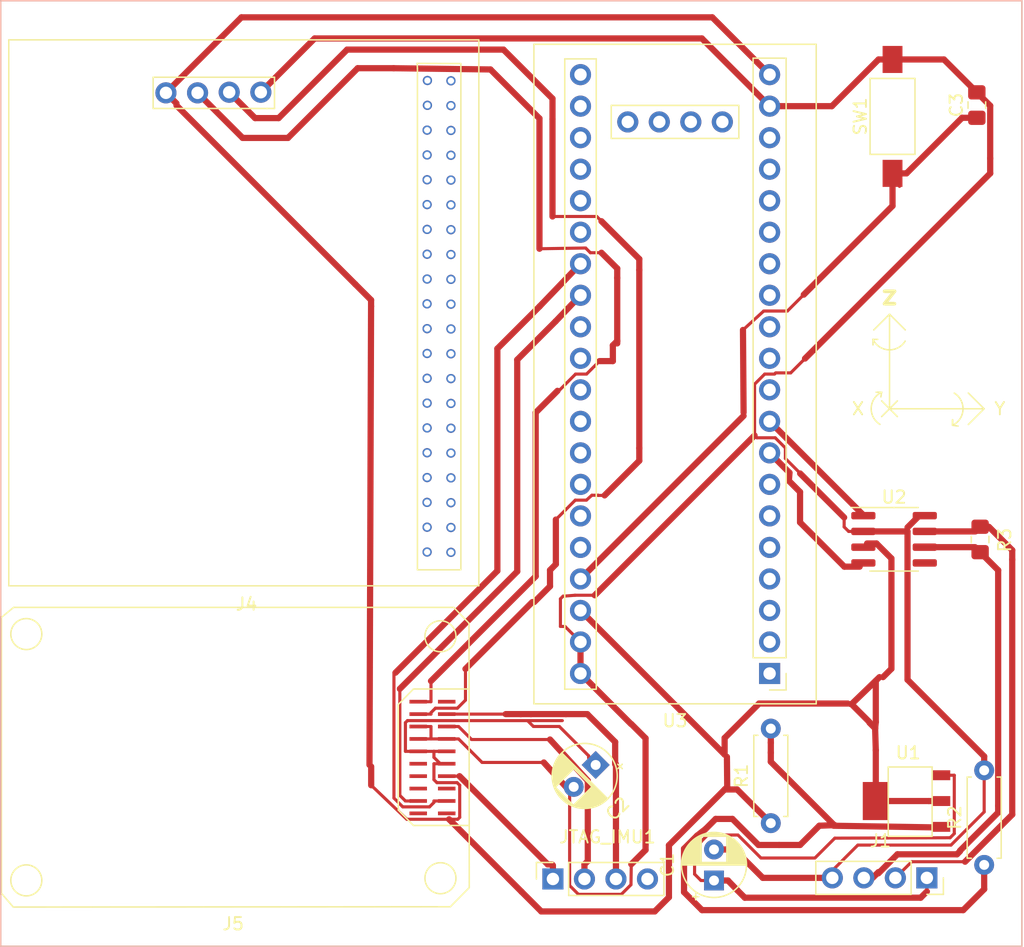
<source format=kicad_pcb>
(kicad_pcb (version 20171130) (host pcbnew 5.1.5+dfsg1-2build2)

  (general
    (thickness 1.6)
    (drawings 25)
    (tracks 332)
    (zones 0)
    (modules 14)
    (nets 96)
  )

  (page A4)
  (layers
    (0 F.Cu signal)
    (1 In1.Cu signal)
    (2 In2.Cu signal)
    (31 B.Cu signal)
    (32 B.Adhes user)
    (33 F.Adhes user)
    (34 B.Paste user)
    (35 F.Paste user)
    (36 B.SilkS user)
    (37 F.SilkS user)
    (38 B.Mask user)
    (39 F.Mask user)
    (40 Dwgs.User user)
    (41 Cmts.User user)
    (42 Eco1.User user)
    (43 Eco2.User user)
    (44 Edge.Cuts user)
    (45 Margin user)
    (46 B.CrtYd user)
    (47 F.CrtYd user)
    (48 B.Fab user)
    (49 F.Fab user)
  )

  (setup
    (last_trace_width 0.25)
    (trace_clearance 0.2)
    (zone_clearance 0.508)
    (zone_45_only no)
    (trace_min 0.2)
    (via_size 0.8)
    (via_drill 0.4)
    (via_min_size 0.4)
    (via_min_drill 0.3)
    (uvia_size 0.3)
    (uvia_drill 0.1)
    (uvias_allowed no)
    (uvia_min_size 0.2)
    (uvia_min_drill 0.1)
    (edge_width 0.05)
    (segment_width 0.2)
    (pcb_text_width 0.3)
    (pcb_text_size 1.5 1.5)
    (mod_edge_width 0.12)
    (mod_text_size 1 1)
    (mod_text_width 0.15)
    (pad_size 1.15 1.4)
    (pad_drill 0)
    (pad_to_mask_clearance 0.051)
    (solder_mask_min_width 0.25)
    (aux_axis_origin 0 0)
    (visible_elements FFF9FF7F)
    (pcbplotparams
      (layerselection 0x010fc_ffffffff)
      (usegerberextensions false)
      (usegerberattributes false)
      (usegerberadvancedattributes false)
      (creategerberjobfile false)
      (excludeedgelayer true)
      (linewidth 0.100000)
      (plotframeref false)
      (viasonmask false)
      (mode 1)
      (useauxorigin false)
      (hpglpennumber 1)
      (hpglpenspeed 20)
      (hpglpendiameter 15.000000)
      (psnegative false)
      (psa4output false)
      (plotreference true)
      (plotvalue true)
      (plotinvisibletext false)
      (padsonsilk false)
      (subtractmaskfromsilk false)
      (outputformat 1)
      (mirror false)
      (drillshape 1)
      (scaleselection 1)
      (outputdirectory ""))
  )

  (net 0 "")
  (net 1 GND)
  (net 2 /Sheet61C5C9E4/nrst)
  (net 3 +3V3)
  (net 4 /IMU/uart2_rx_in_gps)
  (net 5 /IMU/uart_rx_in_imu)
  (net 6 vcc_12)
  (net 7 "Net-(U2-Pad5)")
  (net 8 /Sheet61C5C9E4/can_tx)
  (net 9 /Sheet61C5C9E4/can_rx)
  (net 10 "Net-(U3-Pad43)")
  (net 11 "Net-(U3-Pad42)")
  (net 12 "Net-(U3-Pad41)")
  (net 13 "Net-(U3-Pad36)")
  (net 14 "Net-(U3-Pad35)")
  (net 15 "Net-(U3-Pad34)")
  (net 16 "Net-(U3-Pad33)")
  (net 17 "Net-(U3-Pad26)")
  (net 18 "Net-(U3-Pad25)")
  (net 19 "Net-(U3-Pad24)")
  (net 20 "Net-(U3-Pad23)")
  (net 21 "Net-(U3-Pad22)")
  (net 22 "Net-(U3-Pad21)")
  (net 23 "Net-(U3-Pad15)")
  (net 24 "Net-(U3-Pad14)")
  (net 25 "Net-(U3-Pad11)")
  (net 26 "Net-(U3-Pad10)")
  (net 27 "Net-(U3-Pad4)")
  (net 28 "Net-(U3-Pad3)")
  (net 29 "Net-(U3-Pad2)")
  (net 30 /Sheet61C7FD48/uart2_rx_in_gps)
  (net 31 /Sheet61C5C9E4/uart_rx_in_imu)
  (net 32 "Net-(J4-Pad20)")
  (net 33 "Net-(J4-Pad18)")
  (net 34 "Net-(J4-Pad16)")
  (net 35 "Net-(J4-Pad14)")
  (net 36 "Net-(J4-Pad13)")
  (net 37 "Net-(J4-Pad12)")
  (net 38 "Net-(J4-Pad11)")
  (net 39 "Net-(J4-Pad10)")
  (net 40 "Net-(J4-Pad9)")
  (net 41 "Net-(J4-Pad8)")
  (net 42 "Net-(J4-Pad7)")
  (net 43 "Net-(J4-Pad5)")
  (net 44 "Net-(J4-Pad3)")
  (net 45 "Net-(J4-Pad1)")
  (net 46 "Net-(J4-Pad4)")
  (net 47 "Net-(J4-Pad6)")
  (net 48 "Net-(J4-Pad19)")
  (net 49 "Net-(J4-Pad17)")
  (net 50 "Net-(J4-Pad23)")
  (net 51 "Net-(J4-Pad24)")
  (net 52 "Net-(J4-Pad21)")
  (net 53 "Net-(J4-Pad30)")
  (net 54 "Net-(J4-Pad27)")
  (net 55 "Net-(J4-Pad25)")
  (net 56 "Net-(J4-Pad31)")
  (net 57 "Net-(J4-Pad32)")
  (net 58 "Net-(J4-Pad26)")
  (net 59 "Net-(J4-Pad29)")
  (net 60 "Net-(J4-Pad28)")
  (net 61 "Net-(J4-Pad33)")
  (net 62 "Net-(J4-Pad34)")
  (net 63 "Net-(J4-Pad36)")
  (net 64 "Net-(J4-Pad37)")
  (net 65 "Net-(J4-Pad38)")
  (net 66 "Net-(J4-Pad39)")
  (net 67 /canL)
  (net 68 /canH)
  (net 69 "Net-(J5-Pad20)")
  (net 70 /IMU/swclk_imu)
  (net 71 /IMU/swdio_imu)
  (net 72 "Net-(J5-Pad9)")
  (net 73 /IMU/nrst_imu)
  (net 74 "Net-(J5-Pad7)")
  (net 75 "Net-(J5-Pad2)")
  (net 76 "Net-(J5-Pad1)")
  (net 77 "Net-(JTAG_IMU1-Pad4)")
  (net 78 "Net-(J4-Pad2)")
  (net 79 "Net-(J5-Pad6)")
  (net 80 "Net-(J5-Pad5)")
  (net 81 "Net-(U3-Pad30)")
  (net 82 "Net-(U3-Pad29)")
  (net 83 "Net-(U3-Pad18)")
  (net 84 "Net-(U3-Pad17)")
  (net 85 "Net-(U3-Pad16)")
  (net 86 "Net-(U3-Pad13)")
  (net 87 "Net-(U3-Pad12)")
  (net 88 "Net-(U3-Pad31)")
  (net 89 "Net-(U3-Pad32)")
  (net 90 "Net-(U3-Pad7)")
  (net 91 "Net-(U3-Pad6)")
  (net 92 "Net-(U3-Pad5)")
  (net 93 "Net-(U3-Pad1)")
  (net 94 "Net-(U3-Pad44)")
  (net 95 "Net-(R1-Pad2)")

  (net_class Default "This is the default net class."
    (clearance 0.2)
    (trace_width 0.25)
    (via_dia 0.8)
    (via_drill 0.4)
    (uvia_dia 0.3)
    (uvia_drill 0.1)
    (add_net +3V3)
    (add_net /IMU/nrst_imu)
    (add_net /IMU/swclk_imu)
    (add_net /IMU/swdio_imu)
    (add_net /IMU/uart2_rx_in_gps)
    (add_net /IMU/uart_rx_in_imu)
    (add_net /Sheet61C5C9E4/can_rx)
    (add_net /Sheet61C5C9E4/can_tx)
    (add_net /Sheet61C5C9E4/nrst)
    (add_net /Sheet61C5C9E4/uart_rx_in_imu)
    (add_net /Sheet61C7FD48/uart2_rx_in_gps)
    (add_net /canH)
    (add_net /canL)
    (add_net GND)
    (add_net "Net-(J4-Pad1)")
    (add_net "Net-(J4-Pad10)")
    (add_net "Net-(J4-Pad11)")
    (add_net "Net-(J4-Pad12)")
    (add_net "Net-(J4-Pad13)")
    (add_net "Net-(J4-Pad14)")
    (add_net "Net-(J4-Pad16)")
    (add_net "Net-(J4-Pad17)")
    (add_net "Net-(J4-Pad18)")
    (add_net "Net-(J4-Pad19)")
    (add_net "Net-(J4-Pad2)")
    (add_net "Net-(J4-Pad20)")
    (add_net "Net-(J4-Pad21)")
    (add_net "Net-(J4-Pad23)")
    (add_net "Net-(J4-Pad24)")
    (add_net "Net-(J4-Pad25)")
    (add_net "Net-(J4-Pad26)")
    (add_net "Net-(J4-Pad27)")
    (add_net "Net-(J4-Pad28)")
    (add_net "Net-(J4-Pad29)")
    (add_net "Net-(J4-Pad3)")
    (add_net "Net-(J4-Pad30)")
    (add_net "Net-(J4-Pad31)")
    (add_net "Net-(J4-Pad32)")
    (add_net "Net-(J4-Pad33)")
    (add_net "Net-(J4-Pad34)")
    (add_net "Net-(J4-Pad36)")
    (add_net "Net-(J4-Pad37)")
    (add_net "Net-(J4-Pad38)")
    (add_net "Net-(J4-Pad39)")
    (add_net "Net-(J4-Pad4)")
    (add_net "Net-(J4-Pad5)")
    (add_net "Net-(J4-Pad6)")
    (add_net "Net-(J4-Pad7)")
    (add_net "Net-(J4-Pad8)")
    (add_net "Net-(J4-Pad9)")
    (add_net "Net-(J5-Pad1)")
    (add_net "Net-(J5-Pad2)")
    (add_net "Net-(J5-Pad20)")
    (add_net "Net-(J5-Pad5)")
    (add_net "Net-(J5-Pad6)")
    (add_net "Net-(J5-Pad7)")
    (add_net "Net-(J5-Pad9)")
    (add_net "Net-(JTAG_IMU1-Pad4)")
    (add_net "Net-(R1-Pad2)")
    (add_net "Net-(U2-Pad5)")
    (add_net "Net-(U3-Pad1)")
    (add_net "Net-(U3-Pad10)")
    (add_net "Net-(U3-Pad11)")
    (add_net "Net-(U3-Pad12)")
    (add_net "Net-(U3-Pad13)")
    (add_net "Net-(U3-Pad14)")
    (add_net "Net-(U3-Pad15)")
    (add_net "Net-(U3-Pad16)")
    (add_net "Net-(U3-Pad17)")
    (add_net "Net-(U3-Pad18)")
    (add_net "Net-(U3-Pad2)")
    (add_net "Net-(U3-Pad21)")
    (add_net "Net-(U3-Pad22)")
    (add_net "Net-(U3-Pad23)")
    (add_net "Net-(U3-Pad24)")
    (add_net "Net-(U3-Pad25)")
    (add_net "Net-(U3-Pad26)")
    (add_net "Net-(U3-Pad29)")
    (add_net "Net-(U3-Pad3)")
    (add_net "Net-(U3-Pad30)")
    (add_net "Net-(U3-Pad31)")
    (add_net "Net-(U3-Pad32)")
    (add_net "Net-(U3-Pad33)")
    (add_net "Net-(U3-Pad34)")
    (add_net "Net-(U3-Pad35)")
    (add_net "Net-(U3-Pad36)")
    (add_net "Net-(U3-Pad4)")
    (add_net "Net-(U3-Pad41)")
    (add_net "Net-(U3-Pad42)")
    (add_net "Net-(U3-Pad43)")
    (add_net "Net-(U3-Pad44)")
    (add_net "Net-(U3-Pad5)")
    (add_net "Net-(U3-Pad6)")
    (add_net "Net-(U3-Pad7)")
    (add_net vcc_12)
  )

  (module Resistor_THT:R_Axial_DIN0207_L6.3mm_D2.5mm_P7.62mm_Horizontal (layer F.Cu) (tedit 5AE5139B) (tstamp 62009011)
    (at 161.6527 143.3148 90)
    (descr "Resistor, Axial_DIN0207 series, Axial, Horizontal, pin pitch=7.62mm, 0.25W = 1/4W, length*diameter=6.3*2.5mm^2, http://cdn-reichelt.de/documents/datenblatt/B400/1_4W%23YAG.pdf")
    (tags "Resistor Axial_DIN0207 series Axial Horizontal pin pitch 7.62mm 0.25W = 1/4W length 6.3mm diameter 2.5mm")
    (path /61FAFD32)
    (fp_text reference R2 (at 3.81 -2.37 90) (layer F.SilkS)
      (effects (font (size 1 1) (thickness 0.15)))
    )
    (fp_text value "620 Ohm" (at 3.81 2.37 90) (layer F.Fab)
      (effects (font (size 1 1) (thickness 0.15)))
    )
    (fp_text user %R (at 3.81 0 90) (layer F.Fab)
      (effects (font (size 1 1) (thickness 0.15)))
    )
    (fp_line (start 8.67 -1.5) (end -1.05 -1.5) (layer F.CrtYd) (width 0.05))
    (fp_line (start 8.67 1.5) (end 8.67 -1.5) (layer F.CrtYd) (width 0.05))
    (fp_line (start -1.05 1.5) (end 8.67 1.5) (layer F.CrtYd) (width 0.05))
    (fp_line (start -1.05 -1.5) (end -1.05 1.5) (layer F.CrtYd) (width 0.05))
    (fp_line (start 7.08 1.37) (end 7.08 1.04) (layer F.SilkS) (width 0.12))
    (fp_line (start 0.54 1.37) (end 7.08 1.37) (layer F.SilkS) (width 0.12))
    (fp_line (start 0.54 1.04) (end 0.54 1.37) (layer F.SilkS) (width 0.12))
    (fp_line (start 7.08 -1.37) (end 7.08 -1.04) (layer F.SilkS) (width 0.12))
    (fp_line (start 0.54 -1.37) (end 7.08 -1.37) (layer F.SilkS) (width 0.12))
    (fp_line (start 0.54 -1.04) (end 0.54 -1.37) (layer F.SilkS) (width 0.12))
    (fp_line (start 7.62 0) (end 6.96 0) (layer F.Fab) (width 0.1))
    (fp_line (start 0 0) (end 0.66 0) (layer F.Fab) (width 0.1))
    (fp_line (start 6.96 -1.25) (end 0.66 -1.25) (layer F.Fab) (width 0.1))
    (fp_line (start 6.96 1.25) (end 6.96 -1.25) (layer F.Fab) (width 0.1))
    (fp_line (start 0.66 1.25) (end 6.96 1.25) (layer F.Fab) (width 0.1))
    (fp_line (start 0.66 -1.25) (end 0.66 1.25) (layer F.Fab) (width 0.1))
    (pad 2 thru_hole oval (at 7.62 0 90) (size 1.6 1.6) (drill 0.8) (layers *.Cu *.Mask)
      (net 1 GND))
    (pad 1 thru_hole circle (at 0 0 90) (size 1.6 1.6) (drill 0.8) (layers *.Cu *.Mask)
      (net 95 "Net-(R1-Pad2)"))
    (model ${KISYS3DMOD}/Resistor_THT.3dshapes/R_Axial_DIN0207_L6.3mm_D2.5mm_P7.62mm_Horizontal.wrl
      (at (xyz 0 0 0))
      (scale (xyz 1 1 1))
      (rotate (xyz 0 0 0))
    )
    (model ${KIPRJMOD}/Kicad-STM32-master/Packages3d/YAAJ_BluePill_PinSockets_B_SWD/MFR-25FBF52-1K--3DModel-STEP-1.STEP
      (offset (xyz 4 0 0))
      (scale (xyz 0.7 1 1))
      (rotate (xyz -90 0 0))
    )
  )

  (module Resistor_THT:R_Axial_DIN0207_L6.3mm_D2.5mm_P7.62mm_Horizontal (layer F.Cu) (tedit 5AE5139B) (tstamp 62008FFA)
    (at 144.458 139.9518 90)
    (descr "Resistor, Axial_DIN0207 series, Axial, Horizontal, pin pitch=7.62mm, 0.25W = 1/4W, length*diameter=6.3*2.5mm^2, http://cdn-reichelt.de/documents/datenblatt/B400/1_4W%23YAG.pdf")
    (tags "Resistor Axial_DIN0207 series Axial Horizontal pin pitch 7.62mm 0.25W = 1/4W length 6.3mm diameter 2.5mm")
    (path /61FAF598)
    (fp_text reference R1 (at 3.81 -2.37 90) (layer F.SilkS)
      (effects (font (size 1 1) (thickness 0.15)))
    )
    (fp_text value 1k (at 3.81 2.37 90) (layer F.Fab)
      (effects (font (size 1 1) (thickness 0.15)))
    )
    (fp_text user %R (at 3.81 0 90) (layer F.Fab)
      (effects (font (size 1 1) (thickness 0.15)))
    )
    (fp_line (start 8.67 -1.5) (end -1.05 -1.5) (layer F.CrtYd) (width 0.05))
    (fp_line (start 8.67 1.5) (end 8.67 -1.5) (layer F.CrtYd) (width 0.05))
    (fp_line (start -1.05 1.5) (end 8.67 1.5) (layer F.CrtYd) (width 0.05))
    (fp_line (start -1.05 -1.5) (end -1.05 1.5) (layer F.CrtYd) (width 0.05))
    (fp_line (start 7.08 1.37) (end 7.08 1.04) (layer F.SilkS) (width 0.12))
    (fp_line (start 0.54 1.37) (end 7.08 1.37) (layer F.SilkS) (width 0.12))
    (fp_line (start 0.54 1.04) (end 0.54 1.37) (layer F.SilkS) (width 0.12))
    (fp_line (start 7.08 -1.37) (end 7.08 -1.04) (layer F.SilkS) (width 0.12))
    (fp_line (start 0.54 -1.37) (end 7.08 -1.37) (layer F.SilkS) (width 0.12))
    (fp_line (start 0.54 -1.04) (end 0.54 -1.37) (layer F.SilkS) (width 0.12))
    (fp_line (start 7.62 0) (end 6.96 0) (layer F.Fab) (width 0.1))
    (fp_line (start 0 0) (end 0.66 0) (layer F.Fab) (width 0.1))
    (fp_line (start 6.96 -1.25) (end 0.66 -1.25) (layer F.Fab) (width 0.1))
    (fp_line (start 6.96 1.25) (end 6.96 -1.25) (layer F.Fab) (width 0.1))
    (fp_line (start 0.66 1.25) (end 6.96 1.25) (layer F.Fab) (width 0.1))
    (fp_line (start 0.66 -1.25) (end 0.66 1.25) (layer F.Fab) (width 0.1))
    (pad 2 thru_hole oval (at 7.62 0 90) (size 1.6 1.6) (drill 0.8) (layers *.Cu *.Mask)
      (net 95 "Net-(R1-Pad2)"))
    (pad 1 thru_hole circle (at 0 0 90) (size 1.6 1.6) (drill 0.8) (layers *.Cu *.Mask)
      (net 3 +3V3))
    (model ${KISYS3DMOD}/Resistor_THT.3dshapes/R_Axial_DIN0207_L6.3mm_D2.5mm_P7.62mm_Horizontal.wrl
      (at (xyz 0 0 0))
      (scale (xyz 1 1 1))
      (rotate (xyz 0 0 0))
    )
    (model :stm32bluepill3d:MFR-25FBF52-1K--3DModel-STEP-1.STEP
      (offset (xyz 4 0 0))
      (scale (xyz 0.7 1 1))
      (rotate (xyz -90 0 0))
    )
  )

  (module Capacitor_THT:CP_Radial_D5.0mm_P2.50mm (layer F.Cu) (tedit 5AE50EF0) (tstamp 62008E93)
    (at 130.3422 135.2599 225)
    (descr "CP, Radial series, Radial, pin pitch=2.50mm, , diameter=5mm, Electrolytic Capacitor")
    (tags "CP Radial series Radial pin pitch 2.50mm  diameter 5mm Electrolytic Capacitor")
    (path /61FAD74A)
    (fp_text reference C2 (at 1.25 -3.75 225) (layer F.SilkS)
      (effects (font (size 1 1) (thickness 0.15)))
    )
    (fp_text value 100uF (at 1.25 3.75 225) (layer F.Fab)
      (effects (font (size 1 1) (thickness 0.15)))
    )
    (fp_text user %R (at 1.25 0 225) (layer F.Fab)
      (effects (font (size 1 1) (thickness 0.15)))
    )
    (fp_line (start -1.304775 -1.725) (end -1.304775 -1.225) (layer F.SilkS) (width 0.12))
    (fp_line (start -1.554775 -1.475) (end -1.054775 -1.475) (layer F.SilkS) (width 0.12))
    (fp_line (start 3.851 -0.284) (end 3.851 0.284) (layer F.SilkS) (width 0.12))
    (fp_line (start 3.811 -0.518) (end 3.811 0.518) (layer F.SilkS) (width 0.12))
    (fp_line (start 3.771 -0.677) (end 3.771 0.677) (layer F.SilkS) (width 0.12))
    (fp_line (start 3.731 -0.805) (end 3.731 0.805) (layer F.SilkS) (width 0.12))
    (fp_line (start 3.691 -0.915) (end 3.691 0.915) (layer F.SilkS) (width 0.12))
    (fp_line (start 3.651 -1.011) (end 3.651 1.011) (layer F.SilkS) (width 0.12))
    (fp_line (start 3.611 -1.098) (end 3.611 1.098) (layer F.SilkS) (width 0.12))
    (fp_line (start 3.571 -1.178) (end 3.571 1.178) (layer F.SilkS) (width 0.12))
    (fp_line (start 3.531 1.04) (end 3.531 1.251) (layer F.SilkS) (width 0.12))
    (fp_line (start 3.531 -1.251) (end 3.531 -1.04) (layer F.SilkS) (width 0.12))
    (fp_line (start 3.491 1.04) (end 3.491 1.319) (layer F.SilkS) (width 0.12))
    (fp_line (start 3.491 -1.319) (end 3.491 -1.04) (layer F.SilkS) (width 0.12))
    (fp_line (start 3.451 1.04) (end 3.451 1.383) (layer F.SilkS) (width 0.12))
    (fp_line (start 3.451 -1.383) (end 3.451 -1.04) (layer F.SilkS) (width 0.12))
    (fp_line (start 3.411 1.04) (end 3.411 1.443) (layer F.SilkS) (width 0.12))
    (fp_line (start 3.411 -1.443) (end 3.411 -1.04) (layer F.SilkS) (width 0.12))
    (fp_line (start 3.371 1.04) (end 3.371 1.5) (layer F.SilkS) (width 0.12))
    (fp_line (start 3.371 -1.5) (end 3.371 -1.04) (layer F.SilkS) (width 0.12))
    (fp_line (start 3.331 1.04) (end 3.331 1.554) (layer F.SilkS) (width 0.12))
    (fp_line (start 3.331 -1.554) (end 3.331 -1.04) (layer F.SilkS) (width 0.12))
    (fp_line (start 3.291 1.04) (end 3.291 1.605) (layer F.SilkS) (width 0.12))
    (fp_line (start 3.291 -1.605) (end 3.291 -1.04) (layer F.SilkS) (width 0.12))
    (fp_line (start 3.251 1.04) (end 3.251 1.653) (layer F.SilkS) (width 0.12))
    (fp_line (start 3.251 -1.653) (end 3.251 -1.04) (layer F.SilkS) (width 0.12))
    (fp_line (start 3.211 1.04) (end 3.211 1.699) (layer F.SilkS) (width 0.12))
    (fp_line (start 3.211 -1.699) (end 3.211 -1.04) (layer F.SilkS) (width 0.12))
    (fp_line (start 3.171 1.04) (end 3.171 1.743) (layer F.SilkS) (width 0.12))
    (fp_line (start 3.171 -1.743) (end 3.171 -1.04) (layer F.SilkS) (width 0.12))
    (fp_line (start 3.131 1.04) (end 3.131 1.785) (layer F.SilkS) (width 0.12))
    (fp_line (start 3.131 -1.785) (end 3.131 -1.04) (layer F.SilkS) (width 0.12))
    (fp_line (start 3.091 1.04) (end 3.091 1.826) (layer F.SilkS) (width 0.12))
    (fp_line (start 3.091 -1.826) (end 3.091 -1.04) (layer F.SilkS) (width 0.12))
    (fp_line (start 3.051 1.04) (end 3.051 1.864) (layer F.SilkS) (width 0.12))
    (fp_line (start 3.051 -1.864) (end 3.051 -1.04) (layer F.SilkS) (width 0.12))
    (fp_line (start 3.011 1.04) (end 3.011 1.901) (layer F.SilkS) (width 0.12))
    (fp_line (start 3.011 -1.901) (end 3.011 -1.04) (layer F.SilkS) (width 0.12))
    (fp_line (start 2.971 1.04) (end 2.971 1.937) (layer F.SilkS) (width 0.12))
    (fp_line (start 2.971 -1.937) (end 2.971 -1.04) (layer F.SilkS) (width 0.12))
    (fp_line (start 2.931 1.04) (end 2.931 1.971) (layer F.SilkS) (width 0.12))
    (fp_line (start 2.931 -1.971) (end 2.931 -1.04) (layer F.SilkS) (width 0.12))
    (fp_line (start 2.891 1.04) (end 2.891 2.004) (layer F.SilkS) (width 0.12))
    (fp_line (start 2.891 -2.004) (end 2.891 -1.04) (layer F.SilkS) (width 0.12))
    (fp_line (start 2.851 1.04) (end 2.851 2.035) (layer F.SilkS) (width 0.12))
    (fp_line (start 2.851 -2.035) (end 2.851 -1.04) (layer F.SilkS) (width 0.12))
    (fp_line (start 2.811 1.04) (end 2.811 2.065) (layer F.SilkS) (width 0.12))
    (fp_line (start 2.811 -2.065) (end 2.811 -1.04) (layer F.SilkS) (width 0.12))
    (fp_line (start 2.771 1.04) (end 2.771 2.095) (layer F.SilkS) (width 0.12))
    (fp_line (start 2.771 -2.095) (end 2.771 -1.04) (layer F.SilkS) (width 0.12))
    (fp_line (start 2.731 1.04) (end 2.731 2.122) (layer F.SilkS) (width 0.12))
    (fp_line (start 2.731 -2.122) (end 2.731 -1.04) (layer F.SilkS) (width 0.12))
    (fp_line (start 2.691 1.04) (end 2.691 2.149) (layer F.SilkS) (width 0.12))
    (fp_line (start 2.691 -2.149) (end 2.691 -1.04) (layer F.SilkS) (width 0.12))
    (fp_line (start 2.651 1.04) (end 2.651 2.175) (layer F.SilkS) (width 0.12))
    (fp_line (start 2.651 -2.175) (end 2.651 -1.04) (layer F.SilkS) (width 0.12))
    (fp_line (start 2.611 1.04) (end 2.611 2.2) (layer F.SilkS) (width 0.12))
    (fp_line (start 2.611 -2.2) (end 2.611 -1.04) (layer F.SilkS) (width 0.12))
    (fp_line (start 2.571 1.04) (end 2.571 2.224) (layer F.SilkS) (width 0.12))
    (fp_line (start 2.571 -2.224) (end 2.571 -1.04) (layer F.SilkS) (width 0.12))
    (fp_line (start 2.531 1.04) (end 2.531 2.247) (layer F.SilkS) (width 0.12))
    (fp_line (start 2.531 -2.247) (end 2.531 -1.04) (layer F.SilkS) (width 0.12))
    (fp_line (start 2.491 1.04) (end 2.491 2.268) (layer F.SilkS) (width 0.12))
    (fp_line (start 2.491 -2.268) (end 2.491 -1.04) (layer F.SilkS) (width 0.12))
    (fp_line (start 2.451 1.04) (end 2.451 2.29) (layer F.SilkS) (width 0.12))
    (fp_line (start 2.451 -2.29) (end 2.451 -1.04) (layer F.SilkS) (width 0.12))
    (fp_line (start 2.411 1.04) (end 2.411 2.31) (layer F.SilkS) (width 0.12))
    (fp_line (start 2.411 -2.31) (end 2.411 -1.04) (layer F.SilkS) (width 0.12))
    (fp_line (start 2.371 1.04) (end 2.371 2.329) (layer F.SilkS) (width 0.12))
    (fp_line (start 2.371 -2.329) (end 2.371 -1.04) (layer F.SilkS) (width 0.12))
    (fp_line (start 2.331 1.04) (end 2.331 2.348) (layer F.SilkS) (width 0.12))
    (fp_line (start 2.331 -2.348) (end 2.331 -1.04) (layer F.SilkS) (width 0.12))
    (fp_line (start 2.291 1.04) (end 2.291 2.365) (layer F.SilkS) (width 0.12))
    (fp_line (start 2.291 -2.365) (end 2.291 -1.04) (layer F.SilkS) (width 0.12))
    (fp_line (start 2.251 1.04) (end 2.251 2.382) (layer F.SilkS) (width 0.12))
    (fp_line (start 2.251 -2.382) (end 2.251 -1.04) (layer F.SilkS) (width 0.12))
    (fp_line (start 2.211 1.04) (end 2.211 2.398) (layer F.SilkS) (width 0.12))
    (fp_line (start 2.211 -2.398) (end 2.211 -1.04) (layer F.SilkS) (width 0.12))
    (fp_line (start 2.171 1.04) (end 2.171 2.414) (layer F.SilkS) (width 0.12))
    (fp_line (start 2.171 -2.414) (end 2.171 -1.04) (layer F.SilkS) (width 0.12))
    (fp_line (start 2.131 1.04) (end 2.131 2.428) (layer F.SilkS) (width 0.12))
    (fp_line (start 2.131 -2.428) (end 2.131 -1.04) (layer F.SilkS) (width 0.12))
    (fp_line (start 2.091 1.04) (end 2.091 2.442) (layer F.SilkS) (width 0.12))
    (fp_line (start 2.091 -2.442) (end 2.091 -1.04) (layer F.SilkS) (width 0.12))
    (fp_line (start 2.051 1.04) (end 2.051 2.455) (layer F.SilkS) (width 0.12))
    (fp_line (start 2.051 -2.455) (end 2.051 -1.04) (layer F.SilkS) (width 0.12))
    (fp_line (start 2.011 1.04) (end 2.011 2.468) (layer F.SilkS) (width 0.12))
    (fp_line (start 2.011 -2.468) (end 2.011 -1.04) (layer F.SilkS) (width 0.12))
    (fp_line (start 1.971 1.04) (end 1.971 2.48) (layer F.SilkS) (width 0.12))
    (fp_line (start 1.971 -2.48) (end 1.971 -1.04) (layer F.SilkS) (width 0.12))
    (fp_line (start 1.93 1.04) (end 1.93 2.491) (layer F.SilkS) (width 0.12))
    (fp_line (start 1.93 -2.491) (end 1.93 -1.04) (layer F.SilkS) (width 0.12))
    (fp_line (start 1.89 1.04) (end 1.89 2.501) (layer F.SilkS) (width 0.12))
    (fp_line (start 1.89 -2.501) (end 1.89 -1.04) (layer F.SilkS) (width 0.12))
    (fp_line (start 1.85 1.04) (end 1.85 2.511) (layer F.SilkS) (width 0.12))
    (fp_line (start 1.85 -2.511) (end 1.85 -1.04) (layer F.SilkS) (width 0.12))
    (fp_line (start 1.81 1.04) (end 1.81 2.52) (layer F.SilkS) (width 0.12))
    (fp_line (start 1.81 -2.52) (end 1.81 -1.04) (layer F.SilkS) (width 0.12))
    (fp_line (start 1.77 1.04) (end 1.77 2.528) (layer F.SilkS) (width 0.12))
    (fp_line (start 1.77 -2.528) (end 1.77 -1.04) (layer F.SilkS) (width 0.12))
    (fp_line (start 1.73 1.04) (end 1.73 2.536) (layer F.SilkS) (width 0.12))
    (fp_line (start 1.73 -2.536) (end 1.73 -1.04) (layer F.SilkS) (width 0.12))
    (fp_line (start 1.69 1.04) (end 1.69 2.543) (layer F.SilkS) (width 0.12))
    (fp_line (start 1.69 -2.543) (end 1.69 -1.04) (layer F.SilkS) (width 0.12))
    (fp_line (start 1.65 1.04) (end 1.65 2.55) (layer F.SilkS) (width 0.12))
    (fp_line (start 1.65 -2.55) (end 1.65 -1.04) (layer F.SilkS) (width 0.12))
    (fp_line (start 1.61 1.04) (end 1.61 2.556) (layer F.SilkS) (width 0.12))
    (fp_line (start 1.61 -2.556) (end 1.61 -1.04) (layer F.SilkS) (width 0.12))
    (fp_line (start 1.57 1.04) (end 1.57 2.561) (layer F.SilkS) (width 0.12))
    (fp_line (start 1.57 -2.561) (end 1.57 -1.04) (layer F.SilkS) (width 0.12))
    (fp_line (start 1.53 1.04) (end 1.53 2.565) (layer F.SilkS) (width 0.12))
    (fp_line (start 1.53 -2.565) (end 1.53 -1.04) (layer F.SilkS) (width 0.12))
    (fp_line (start 1.49 1.04) (end 1.49 2.569) (layer F.SilkS) (width 0.12))
    (fp_line (start 1.49 -2.569) (end 1.49 -1.04) (layer F.SilkS) (width 0.12))
    (fp_line (start 1.45 -2.573) (end 1.45 2.573) (layer F.SilkS) (width 0.12))
    (fp_line (start 1.41 -2.576) (end 1.41 2.576) (layer F.SilkS) (width 0.12))
    (fp_line (start 1.37 -2.578) (end 1.37 2.578) (layer F.SilkS) (width 0.12))
    (fp_line (start 1.33 -2.579) (end 1.33 2.579) (layer F.SilkS) (width 0.12))
    (fp_line (start 1.29 -2.58) (end 1.29 2.58) (layer F.SilkS) (width 0.12))
    (fp_line (start 1.25 -2.58) (end 1.25 2.58) (layer F.SilkS) (width 0.12))
    (fp_line (start -0.633605 -1.3375) (end -0.633605 -0.8375) (layer F.Fab) (width 0.1))
    (fp_line (start -0.883605 -1.0875) (end -0.383605 -1.0875) (layer F.Fab) (width 0.1))
    (fp_circle (center 1.25 0) (end 4 0) (layer F.CrtYd) (width 0.05))
    (fp_circle (center 1.25 0) (end 3.87 0) (layer F.SilkS) (width 0.12))
    (fp_circle (center 1.25 0) (end 3.75 0) (layer F.Fab) (width 0.1))
    (pad 2 thru_hole circle (at 2.5 0 225) (size 1.6 1.6) (drill 0.8) (layers *.Cu *.Mask)
      (net 1 GND))
    (pad 1 thru_hole rect (at 0 0 225) (size 1.6 1.6) (drill 0.8) (layers *.Cu *.Mask)
      (net 3 +3V3))
    (model ${KISYS3DMOD}/Capacitor_THT.3dshapes/CP_Radial_D5.0mm_P2.50mm.wrl
      (at (xyz 0 0 0))
      (scale (xyz 1 1 1))
      (rotate (xyz 0 0 0))
    )
    (model ${KIPRJMOD}/Kicad-STM32-master/Packages3d/YAAJ_BluePill_PinSockets_B_SWD/478CKS010M--3DModel-STEP-1.STEP
      (offset (xyz 1.2 0 0))
      (scale (xyz 0.45 0.45 0.45))
      (rotate (xyz -90 0 0))
    )
  )

  (module Capacitor_THT:CP_Radial_D5.0mm_P2.50mm (layer F.Cu) (tedit 5AE50EF0) (tstamp 62008E0F)
    (at 139.8788 144.5728 90)
    (descr "CP, Radial series, Radial, pin pitch=2.50mm, , diameter=5mm, Electrolytic Capacitor")
    (tags "CP Radial series Radial pin pitch 2.50mm  diameter 5mm Electrolytic Capacitor")
    (path /61FAEB87)
    (fp_text reference C1 (at 1.25 -3.75 90) (layer F.SilkS)
      (effects (font (size 1 1) (thickness 0.15)))
    )
    (fp_text value 10uF (at 1.25 3.75 90) (layer F.Fab)
      (effects (font (size 1 1) (thickness 0.15)))
    )
    (fp_text user %R (at 1.25 0 90) (layer F.Fab)
      (effects (font (size 1 1) (thickness 0.15)))
    )
    (fp_line (start -1.304775 -1.725) (end -1.304775 -1.225) (layer F.SilkS) (width 0.12))
    (fp_line (start -1.554775 -1.475) (end -1.054775 -1.475) (layer F.SilkS) (width 0.12))
    (fp_line (start 3.851 -0.284) (end 3.851 0.284) (layer F.SilkS) (width 0.12))
    (fp_line (start 3.811 -0.518) (end 3.811 0.518) (layer F.SilkS) (width 0.12))
    (fp_line (start 3.771 -0.677) (end 3.771 0.677) (layer F.SilkS) (width 0.12))
    (fp_line (start 3.731 -0.805) (end 3.731 0.805) (layer F.SilkS) (width 0.12))
    (fp_line (start 3.691 -0.915) (end 3.691 0.915) (layer F.SilkS) (width 0.12))
    (fp_line (start 3.651 -1.011) (end 3.651 1.011) (layer F.SilkS) (width 0.12))
    (fp_line (start 3.611 -1.098) (end 3.611 1.098) (layer F.SilkS) (width 0.12))
    (fp_line (start 3.571 -1.178) (end 3.571 1.178) (layer F.SilkS) (width 0.12))
    (fp_line (start 3.531 1.04) (end 3.531 1.251) (layer F.SilkS) (width 0.12))
    (fp_line (start 3.531 -1.251) (end 3.531 -1.04) (layer F.SilkS) (width 0.12))
    (fp_line (start 3.491 1.04) (end 3.491 1.319) (layer F.SilkS) (width 0.12))
    (fp_line (start 3.491 -1.319) (end 3.491 -1.04) (layer F.SilkS) (width 0.12))
    (fp_line (start 3.451 1.04) (end 3.451 1.383) (layer F.SilkS) (width 0.12))
    (fp_line (start 3.451 -1.383) (end 3.451 -1.04) (layer F.SilkS) (width 0.12))
    (fp_line (start 3.411 1.04) (end 3.411 1.443) (layer F.SilkS) (width 0.12))
    (fp_line (start 3.411 -1.443) (end 3.411 -1.04) (layer F.SilkS) (width 0.12))
    (fp_line (start 3.371 1.04) (end 3.371 1.5) (layer F.SilkS) (width 0.12))
    (fp_line (start 3.371 -1.5) (end 3.371 -1.04) (layer F.SilkS) (width 0.12))
    (fp_line (start 3.331 1.04) (end 3.331 1.554) (layer F.SilkS) (width 0.12))
    (fp_line (start 3.331 -1.554) (end 3.331 -1.04) (layer F.SilkS) (width 0.12))
    (fp_line (start 3.291 1.04) (end 3.291 1.605) (layer F.SilkS) (width 0.12))
    (fp_line (start 3.291 -1.605) (end 3.291 -1.04) (layer F.SilkS) (width 0.12))
    (fp_line (start 3.251 1.04) (end 3.251 1.653) (layer F.SilkS) (width 0.12))
    (fp_line (start 3.251 -1.653) (end 3.251 -1.04) (layer F.SilkS) (width 0.12))
    (fp_line (start 3.211 1.04) (end 3.211 1.699) (layer F.SilkS) (width 0.12))
    (fp_line (start 3.211 -1.699) (end 3.211 -1.04) (layer F.SilkS) (width 0.12))
    (fp_line (start 3.171 1.04) (end 3.171 1.743) (layer F.SilkS) (width 0.12))
    (fp_line (start 3.171 -1.743) (end 3.171 -1.04) (layer F.SilkS) (width 0.12))
    (fp_line (start 3.131 1.04) (end 3.131 1.785) (layer F.SilkS) (width 0.12))
    (fp_line (start 3.131 -1.785) (end 3.131 -1.04) (layer F.SilkS) (width 0.12))
    (fp_line (start 3.091 1.04) (end 3.091 1.826) (layer F.SilkS) (width 0.12))
    (fp_line (start 3.091 -1.826) (end 3.091 -1.04) (layer F.SilkS) (width 0.12))
    (fp_line (start 3.051 1.04) (end 3.051 1.864) (layer F.SilkS) (width 0.12))
    (fp_line (start 3.051 -1.864) (end 3.051 -1.04) (layer F.SilkS) (width 0.12))
    (fp_line (start 3.011 1.04) (end 3.011 1.901) (layer F.SilkS) (width 0.12))
    (fp_line (start 3.011 -1.901) (end 3.011 -1.04) (layer F.SilkS) (width 0.12))
    (fp_line (start 2.971 1.04) (end 2.971 1.937) (layer F.SilkS) (width 0.12))
    (fp_line (start 2.971 -1.937) (end 2.971 -1.04) (layer F.SilkS) (width 0.12))
    (fp_line (start 2.931 1.04) (end 2.931 1.971) (layer F.SilkS) (width 0.12))
    (fp_line (start 2.931 -1.971) (end 2.931 -1.04) (layer F.SilkS) (width 0.12))
    (fp_line (start 2.891 1.04) (end 2.891 2.004) (layer F.SilkS) (width 0.12))
    (fp_line (start 2.891 -2.004) (end 2.891 -1.04) (layer F.SilkS) (width 0.12))
    (fp_line (start 2.851 1.04) (end 2.851 2.035) (layer F.SilkS) (width 0.12))
    (fp_line (start 2.851 -2.035) (end 2.851 -1.04) (layer F.SilkS) (width 0.12))
    (fp_line (start 2.811 1.04) (end 2.811 2.065) (layer F.SilkS) (width 0.12))
    (fp_line (start 2.811 -2.065) (end 2.811 -1.04) (layer F.SilkS) (width 0.12))
    (fp_line (start 2.771 1.04) (end 2.771 2.095) (layer F.SilkS) (width 0.12))
    (fp_line (start 2.771 -2.095) (end 2.771 -1.04) (layer F.SilkS) (width 0.12))
    (fp_line (start 2.731 1.04) (end 2.731 2.122) (layer F.SilkS) (width 0.12))
    (fp_line (start 2.731 -2.122) (end 2.731 -1.04) (layer F.SilkS) (width 0.12))
    (fp_line (start 2.691 1.04) (end 2.691 2.149) (layer F.SilkS) (width 0.12))
    (fp_line (start 2.691 -2.149) (end 2.691 -1.04) (layer F.SilkS) (width 0.12))
    (fp_line (start 2.651 1.04) (end 2.651 2.175) (layer F.SilkS) (width 0.12))
    (fp_line (start 2.651 -2.175) (end 2.651 -1.04) (layer F.SilkS) (width 0.12))
    (fp_line (start 2.611 1.04) (end 2.611 2.2) (layer F.SilkS) (width 0.12))
    (fp_line (start 2.611 -2.2) (end 2.611 -1.04) (layer F.SilkS) (width 0.12))
    (fp_line (start 2.571 1.04) (end 2.571 2.224) (layer F.SilkS) (width 0.12))
    (fp_line (start 2.571 -2.224) (end 2.571 -1.04) (layer F.SilkS) (width 0.12))
    (fp_line (start 2.531 1.04) (end 2.531 2.247) (layer F.SilkS) (width 0.12))
    (fp_line (start 2.531 -2.247) (end 2.531 -1.04) (layer F.SilkS) (width 0.12))
    (fp_line (start 2.491 1.04) (end 2.491 2.268) (layer F.SilkS) (width 0.12))
    (fp_line (start 2.491 -2.268) (end 2.491 -1.04) (layer F.SilkS) (width 0.12))
    (fp_line (start 2.451 1.04) (end 2.451 2.29) (layer F.SilkS) (width 0.12))
    (fp_line (start 2.451 -2.29) (end 2.451 -1.04) (layer F.SilkS) (width 0.12))
    (fp_line (start 2.411 1.04) (end 2.411 2.31) (layer F.SilkS) (width 0.12))
    (fp_line (start 2.411 -2.31) (end 2.411 -1.04) (layer F.SilkS) (width 0.12))
    (fp_line (start 2.371 1.04) (end 2.371 2.329) (layer F.SilkS) (width 0.12))
    (fp_line (start 2.371 -2.329) (end 2.371 -1.04) (layer F.SilkS) (width 0.12))
    (fp_line (start 2.331 1.04) (end 2.331 2.348) (layer F.SilkS) (width 0.12))
    (fp_line (start 2.331 -2.348) (end 2.331 -1.04) (layer F.SilkS) (width 0.12))
    (fp_line (start 2.291 1.04) (end 2.291 2.365) (layer F.SilkS) (width 0.12))
    (fp_line (start 2.291 -2.365) (end 2.291 -1.04) (layer F.SilkS) (width 0.12))
    (fp_line (start 2.251 1.04) (end 2.251 2.382) (layer F.SilkS) (width 0.12))
    (fp_line (start 2.251 -2.382) (end 2.251 -1.04) (layer F.SilkS) (width 0.12))
    (fp_line (start 2.211 1.04) (end 2.211 2.398) (layer F.SilkS) (width 0.12))
    (fp_line (start 2.211 -2.398) (end 2.211 -1.04) (layer F.SilkS) (width 0.12))
    (fp_line (start 2.171 1.04) (end 2.171 2.414) (layer F.SilkS) (width 0.12))
    (fp_line (start 2.171 -2.414) (end 2.171 -1.04) (layer F.SilkS) (width 0.12))
    (fp_line (start 2.131 1.04) (end 2.131 2.428) (layer F.SilkS) (width 0.12))
    (fp_line (start 2.131 -2.428) (end 2.131 -1.04) (layer F.SilkS) (width 0.12))
    (fp_line (start 2.091 1.04) (end 2.091 2.442) (layer F.SilkS) (width 0.12))
    (fp_line (start 2.091 -2.442) (end 2.091 -1.04) (layer F.SilkS) (width 0.12))
    (fp_line (start 2.051 1.04) (end 2.051 2.455) (layer F.SilkS) (width 0.12))
    (fp_line (start 2.051 -2.455) (end 2.051 -1.04) (layer F.SilkS) (width 0.12))
    (fp_line (start 2.011 1.04) (end 2.011 2.468) (layer F.SilkS) (width 0.12))
    (fp_line (start 2.011 -2.468) (end 2.011 -1.04) (layer F.SilkS) (width 0.12))
    (fp_line (start 1.971 1.04) (end 1.971 2.48) (layer F.SilkS) (width 0.12))
    (fp_line (start 1.971 -2.48) (end 1.971 -1.04) (layer F.SilkS) (width 0.12))
    (fp_line (start 1.93 1.04) (end 1.93 2.491) (layer F.SilkS) (width 0.12))
    (fp_line (start 1.93 -2.491) (end 1.93 -1.04) (layer F.SilkS) (width 0.12))
    (fp_line (start 1.89 1.04) (end 1.89 2.501) (layer F.SilkS) (width 0.12))
    (fp_line (start 1.89 -2.501) (end 1.89 -1.04) (layer F.SilkS) (width 0.12))
    (fp_line (start 1.85 1.04) (end 1.85 2.511) (layer F.SilkS) (width 0.12))
    (fp_line (start 1.85 -2.511) (end 1.85 -1.04) (layer F.SilkS) (width 0.12))
    (fp_line (start 1.81 1.04) (end 1.81 2.52) (layer F.SilkS) (width 0.12))
    (fp_line (start 1.81 -2.52) (end 1.81 -1.04) (layer F.SilkS) (width 0.12))
    (fp_line (start 1.77 1.04) (end 1.77 2.528) (layer F.SilkS) (width 0.12))
    (fp_line (start 1.77 -2.528) (end 1.77 -1.04) (layer F.SilkS) (width 0.12))
    (fp_line (start 1.73 1.04) (end 1.73 2.536) (layer F.SilkS) (width 0.12))
    (fp_line (start 1.73 -2.536) (end 1.73 -1.04) (layer F.SilkS) (width 0.12))
    (fp_line (start 1.69 1.04) (end 1.69 2.543) (layer F.SilkS) (width 0.12))
    (fp_line (start 1.69 -2.543) (end 1.69 -1.04) (layer F.SilkS) (width 0.12))
    (fp_line (start 1.65 1.04) (end 1.65 2.55) (layer F.SilkS) (width 0.12))
    (fp_line (start 1.65 -2.55) (end 1.65 -1.04) (layer F.SilkS) (width 0.12))
    (fp_line (start 1.61 1.04) (end 1.61 2.556) (layer F.SilkS) (width 0.12))
    (fp_line (start 1.61 -2.556) (end 1.61 -1.04) (layer F.SilkS) (width 0.12))
    (fp_line (start 1.57 1.04) (end 1.57 2.561) (layer F.SilkS) (width 0.12))
    (fp_line (start 1.57 -2.561) (end 1.57 -1.04) (layer F.SilkS) (width 0.12))
    (fp_line (start 1.53 1.04) (end 1.53 2.565) (layer F.SilkS) (width 0.12))
    (fp_line (start 1.53 -2.565) (end 1.53 -1.04) (layer F.SilkS) (width 0.12))
    (fp_line (start 1.49 1.04) (end 1.49 2.569) (layer F.SilkS) (width 0.12))
    (fp_line (start 1.49 -2.569) (end 1.49 -1.04) (layer F.SilkS) (width 0.12))
    (fp_line (start 1.45 -2.573) (end 1.45 2.573) (layer F.SilkS) (width 0.12))
    (fp_line (start 1.41 -2.576) (end 1.41 2.576) (layer F.SilkS) (width 0.12))
    (fp_line (start 1.37 -2.578) (end 1.37 2.578) (layer F.SilkS) (width 0.12))
    (fp_line (start 1.33 -2.579) (end 1.33 2.579) (layer F.SilkS) (width 0.12))
    (fp_line (start 1.29 -2.58) (end 1.29 2.58) (layer F.SilkS) (width 0.12))
    (fp_line (start 1.25 -2.58) (end 1.25 2.58) (layer F.SilkS) (width 0.12))
    (fp_line (start -0.633605 -1.3375) (end -0.633605 -0.8375) (layer F.Fab) (width 0.1))
    (fp_line (start -0.883605 -1.0875) (end -0.383605 -1.0875) (layer F.Fab) (width 0.1))
    (fp_circle (center 1.25 0) (end 4 0) (layer F.CrtYd) (width 0.05))
    (fp_circle (center 1.25 0) (end 3.87 0) (layer F.SilkS) (width 0.12))
    (fp_circle (center 1.25 0) (end 3.75 0) (layer F.Fab) (width 0.1))
    (pad 2 thru_hole circle (at 2.5 0 90) (size 1.6 1.6) (drill 0.8) (layers *.Cu *.Mask)
      (net 1 GND))
    (pad 1 thru_hole rect (at 0 0 90) (size 1.6 1.6) (drill 0.8) (layers *.Cu *.Mask)
      (net 6 vcc_12))
    (model ${KISYS3DMOD}/Capacitor_THT.3dshapes/CP_Radial_D5.0mm_P2.50mm.wrl
      (at (xyz 0 0 0))
      (scale (xyz 1 1 1))
      (rotate (xyz 0 0 0))
    )
    (model :stm32bluepill3d:478CKS010M--3DModel-STEP-1.STEP
      (offset (xyz 1.2 0 0))
      (scale (xyz 0.45 0.45 0.45))
      (rotate (xyz -90 0 0))
    )
  )

  (module Blue_pill:YAAJ_BluePill_SWD_2 (layer F.Cu) (tedit 61F0A29A) (tstamp 61F0B383)
    (at 144.361 127.889 180)
    (descr "Through hole headers for BluePill module. No SWD breakout. Fancy silkscreen.")
    (tags "module BlluePill Blue Pill header SWD breakout")
    (path /61C5C9E5/61F18DB6)
    (fp_text reference U3 (at 7.62 -3.81) (layer F.SilkS)
      (effects (font (size 1 1) (thickness 0.15)))
    )
    (fp_text value YAAJ_BluePill_Part_Like_SWD_Breakout (at 20.32 24.13 90) (layer F.Fab) hide
      (effects (font (size 1 1) (thickness 0.15)))
    )
    (fp_line (start -1.33 -1.33) (end 0 -1.33) (layer F.SilkS) (width 0.12))
    (fp_line (start -1.33 0) (end -1.33 -1.33) (layer F.SilkS) (width 0.12))
    (fp_line (start 13.97 49.53) (end 13.97 -1.27) (layer F.SilkS) (width 0.12))
    (fp_line (start 16.51 49.53) (end 13.97 49.53) (layer F.SilkS) (width 0.12))
    (fp_line (start 16.51 -1.27) (end 16.51 49.53) (layer F.SilkS) (width 0.12))
    (fp_line (start 13.97 -1.27) (end 16.51 -1.27) (layer F.SilkS) (width 0.12))
    (fp_line (start -1.33 49.59) (end -1.33 1.27) (layer F.SilkS) (width 0.12))
    (fp_line (start 1.33 49.59) (end -1.33 49.59) (layer F.SilkS) (width 0.12))
    (fp_line (start 1.33 1.27) (end 1.33 49.59) (layer F.SilkS) (width 0.12))
    (fp_line (start -1.33 1.27) (end 1.33 1.27) (layer F.SilkS) (width 0.12))
    (fp_line (start 13.44 45.72) (end 13.44 50.06) (layer F.CrtYd) (width 0.05))
    (fp_line (start 13.44 -1.8) (end 13.44 43.18) (layer F.CrtYd) (width 0.05))
    (fp_line (start 1.8 45.72) (end 1.8 50.06) (layer F.CrtYd) (width 0.05))
    (fp_line (start 1.8 -1.8) (end 1.8 43.18) (layer F.CrtYd) (width 0.05))
    (fp_line (start 13.44 45.72) (end 1.8 45.72) (layer F.CrtYd) (width 0.05))
    (fp_line (start 1.8 43.18) (end 13.44 43.18) (layer F.CrtYd) (width 0.05))
    (fp_line (start 17.04 50.06) (end 13.44 50.06) (layer F.CrtYd) (width 0.05))
    (fp_line (start 17.04 -1.8) (end 17.04 50.06) (layer F.CrtYd) (width 0.05))
    (fp_line (start 13.44 -1.8) (end 17.04 -1.8) (layer F.CrtYd) (width 0.05))
    (fp_line (start 1.8 -1.8) (end -1.8 -1.8) (layer F.CrtYd) (width 0.05))
    (fp_line (start -1.8 50.06) (end 1.8 50.06) (layer F.CrtYd) (width 0.05))
    (fp_line (start -1.8 -1.8) (end -1.8 50.06) (layer F.CrtYd) (width 0.05))
    (fp_line (start -3.93 50.88) (end -3.93 -2.62) (layer F.CrtYd) (width 0.05))
    (fp_line (start 19.17 50.88) (end -3.93 50.88) (layer F.CrtYd) (width 0.05))
    (fp_line (start 19.17 -2.62) (end 19.17 50.88) (layer F.CrtYd) (width 0.05))
    (fp_line (start -3.93 -2.62) (end 19.17 -2.62) (layer F.CrtYd) (width 0.05))
    (fp_line (start -3.68 -2.37) (end 18.92 -2.37) (layer F.Fab) (width 0.12))
    (fp_line (start -3.68 50.63) (end -3.68 -2.32) (layer F.Fab) (width 0.12))
    (fp_line (start -3.68 50.63) (end 18.92 50.63) (layer F.Fab) (width 0.12))
    (fp_line (start 18.92 -2.37) (end 18.92 50.63) (layer F.Fab) (width 0.12))
    (fp_line (start 12.76 43.12) (end 2.48 43.12) (layer F.SilkS) (width 0.12))
    (fp_line (start 12.76 45.78) (end 12.76 43.12) (layer F.SilkS) (width 0.12))
    (fp_line (start 2.48 45.78) (end 12.76 45.78) (layer F.SilkS) (width 0.12))
    (fp_line (start 2.48 43.12) (end 2.48 45.78) (layer F.SilkS) (width 0.12))
    (fp_line (start -3.755 50.705) (end -3.755 -2.445) (layer F.SilkS) (width 0.12))
    (fp_line (start 18.995 50.705) (end -3.755 50.705) (layer F.SilkS) (width 0.12))
    (fp_line (start 18.995 -2.445) (end 18.995 50.705) (layer F.SilkS) (width 0.12))
    (fp_line (start -3.755 -2.445) (end 18.995 -2.445) (layer F.SilkS) (width 0.12))
    (fp_line (start 3.72 3.48) (end 11.52 3.48) (layer F.Fab) (width 0.1))
    (fp_line (start 3.72 3.48) (end 3.72 -2.32) (layer F.Fab) (width 0.1))
    (fp_line (start 11.52 3.48) (end 11.52 -2.32) (layer F.Fab) (width 0.1))
    (fp_line (start -1.27 -0.635) (end -0.635 -1.27) (layer F.Fab) (width 0.1))
    (fp_line (start -0.635 -1.27) (end 1.27 -1.27) (layer F.Fab) (width 0.1))
    (fp_line (start 1.27 -1.27) (end 1.27 49.53) (layer F.Fab) (width 0.1))
    (fp_line (start 1.27 49.53) (end -1.27 49.53) (layer F.Fab) (width 0.1))
    (fp_line (start -1.27 49.53) (end -1.27 -0.635) (layer F.Fab) (width 0.1))
    (fp_line (start 13.97 -1.27) (end 16.51 -1.27) (layer F.Fab) (width 0.1))
    (fp_line (start 16.51 -1.27) (end 16.51 49.53) (layer F.Fab) (width 0.1))
    (fp_line (start 16.51 49.53) (end 13.97 49.53) (layer F.Fab) (width 0.1))
    (fp_line (start 13.97 49.53) (end 13.97 -1.27) (layer F.Fab) (width 0.1))
    (fp_line (start 2.54 43.18) (end 12.7 43.18) (layer F.Fab) (width 0.1))
    (fp_line (start 12.7 43.18) (end 12.7 45.72) (layer F.Fab) (width 0.1))
    (fp_line (start 12.7 45.72) (end 2.54 45.72) (layer F.Fab) (width 0.1))
    (fp_line (start 2.54 45.72) (end 2.54 43.18) (layer F.Fab) (width 0.1))
    (fp_text user Y@@J (at 2.921 -1.016 270 unlocked) (layer Dwgs.User)
      (effects (font (size 0.5 0.5) (thickness 0.1)))
    )
    (fp_text user REF** (at 7.62 24.13 90) (layer F.Fab)
      (effects (font (size 1 1) (thickness 0.15)))
    )
    (pad 20 thru_hole circle (at 0 48.26 180) (size 1.7 1.7) (drill 1) (layers *.Cu *.Mask)
      (net 3 +3V3))
    (pad 21 thru_hole circle (at 15.24 48.26 180) (size 1.7 1.7) (drill 1) (layers *.Cu *.Mask)
      (net 22 "Net-(U3-Pad21)"))
    (pad 19 thru_hole circle (at 0 45.72 180) (size 1.7 1.7) (drill 1) (layers *.Cu *.Mask)
      (net 1 GND))
    (pad 22 thru_hole circle (at 15.24 45.72 180) (size 1.7 1.7) (drill 1) (layers *.Cu *.Mask)
      (net 21 "Net-(U3-Pad22)"))
    (pad 18 thru_hole circle (at 0 43.18 180) (size 1.7 1.7) (drill 1) (layers *.Cu *.Mask)
      (net 83 "Net-(U3-Pad18)"))
    (pad 23 thru_hole circle (at 15.24 43.18 180) (size 1.7 1.7) (drill 1) (layers *.Cu *.Mask)
      (net 20 "Net-(U3-Pad23)"))
    (pad 17 thru_hole circle (at 0 40.64 180) (size 1.7 1.7) (drill 1) (layers *.Cu *.Mask)
      (net 84 "Net-(U3-Pad17)"))
    (pad 24 thru_hole circle (at 15.24 40.64 180) (size 1.7 1.7) (drill 1) (layers *.Cu *.Mask)
      (net 19 "Net-(U3-Pad24)"))
    (pad 16 thru_hole circle (at 0 38.1 180) (size 1.7 1.7) (drill 1) (layers *.Cu *.Mask)
      (net 85 "Net-(U3-Pad16)"))
    (pad 25 thru_hole circle (at 15.24 38.1 180) (size 1.7 1.7) (drill 1) (layers *.Cu *.Mask)
      (net 18 "Net-(U3-Pad25)"))
    (pad 15 thru_hole circle (at 0 35.56 180) (size 1.7 1.7) (drill 1) (layers *.Cu *.Mask)
      (net 23 "Net-(U3-Pad15)"))
    (pad 26 thru_hole circle (at 15.24 35.56 180) (size 1.7 1.7) (drill 1) (layers *.Cu *.Mask)
      (net 17 "Net-(U3-Pad26)"))
    (pad 14 thru_hole circle (at 0 33.02 180) (size 1.7 1.7) (drill 1) (layers *.Cu *.Mask)
      (net 24 "Net-(U3-Pad14)"))
    (pad 27 thru_hole circle (at 15.24 33.02 180) (size 1.7 1.7) (drill 1) (layers *.Cu *.Mask)
      (net 5 /IMU/uart_rx_in_imu))
    (pad 13 thru_hole circle (at 0 30.48 180) (size 1.7 1.7) (drill 1) (layers *.Cu *.Mask)
      (net 86 "Net-(U3-Pad13)"))
    (pad 28 thru_hole circle (at 15.24 30.48 180) (size 1.7 1.7) (drill 1) (layers *.Cu *.Mask)
      (net 31 /Sheet61C5C9E4/uart_rx_in_imu))
    (pad 12 thru_hole circle (at 0 27.94 180) (size 1.7 1.7) (drill 1) (layers *.Cu *.Mask)
      (net 87 "Net-(U3-Pad12)"))
    (pad 29 thru_hole circle (at 15.24 27.94 180) (size 1.7 1.7) (drill 1) (layers *.Cu *.Mask)
      (net 82 "Net-(U3-Pad29)"))
    (pad 11 thru_hole circle (at 0 25.4 180) (size 1.7 1.7) (drill 1) (layers *.Cu *.Mask)
      (net 25 "Net-(U3-Pad11)"))
    (pad 30 thru_hole circle (at 15.24 25.4 180) (size 1.7 1.7) (drill 1) (layers *.Cu *.Mask)
      (net 81 "Net-(U3-Pad30)"))
    (pad 10 thru_hole circle (at 0 22.86 180) (size 1.7 1.7) (drill 1) (layers *.Cu *.Mask)
      (net 26 "Net-(U3-Pad10)"))
    (pad 31 thru_hole circle (at 15.24 22.86 180) (size 1.7 1.7) (drill 1) (layers *.Cu *.Mask)
      (net 88 "Net-(U3-Pad31)"))
    (pad 9 thru_hole circle (at 0 20.32 180) (size 1.7 1.7) (drill 1) (layers *.Cu *.Mask)
      (net 8 /Sheet61C5C9E4/can_tx))
    (pad 32 thru_hole circle (at 15.24 20.32 180) (size 1.7 1.7) (drill 1) (layers *.Cu *.Mask)
      (net 89 "Net-(U3-Pad32)"))
    (pad 8 thru_hole circle (at 0 17.78 180) (size 1.7 1.7) (drill 1) (layers *.Cu *.Mask)
      (net 9 /Sheet61C5C9E4/can_rx))
    (pad 33 thru_hole circle (at 15.24 17.78 180) (size 1.7 1.7) (drill 1) (layers *.Cu *.Mask)
      (net 16 "Net-(U3-Pad33)"))
    (pad 7 thru_hole circle (at 0 15.24 180) (size 1.7 1.7) (drill 1) (layers *.Cu *.Mask)
      (net 90 "Net-(U3-Pad7)"))
    (pad 34 thru_hole circle (at 15.24 15.24 180) (size 1.7 1.7) (drill 1) (layers *.Cu *.Mask)
      (net 15 "Net-(U3-Pad34)"))
    (pad 6 thru_hole circle (at 0 12.7 180) (size 1.7 1.7) (drill 1) (layers *.Cu *.Mask)
      (net 91 "Net-(U3-Pad6)"))
    (pad 35 thru_hole circle (at 15.24 12.7 180) (size 1.7 1.7) (drill 1) (layers *.Cu *.Mask)
      (net 14 "Net-(U3-Pad35)"))
    (pad 5 thru_hole circle (at 0 10.16 180) (size 1.7 1.7) (drill 1) (layers *.Cu *.Mask)
      (net 92 "Net-(U3-Pad5)"))
    (pad 36 thru_hole circle (at 15.24 10.16 180) (size 1.7 1.7) (drill 1) (layers *.Cu *.Mask)
      (net 13 "Net-(U3-Pad36)"))
    (pad 4 thru_hole circle (at 0 7.62 180) (size 1.7 1.7) (drill 1) (layers *.Cu *.Mask)
      (net 27 "Net-(U3-Pad4)"))
    (pad 37 thru_hole circle (at 15.24 7.62 180) (size 1.7 1.7) (drill 1) (layers *.Cu *.Mask)
      (net 2 /Sheet61C5C9E4/nrst))
    (pad 3 thru_hole circle (at 0 5.08 180) (size 1.7 1.7) (drill 1) (layers *.Cu *.Mask)
      (net 28 "Net-(U3-Pad3)"))
    (pad 38 thru_hole circle (at 15.24 5.08 180) (size 1.7 1.7) (drill 1) (layers *.Cu *.Mask)
      (net 3 +3V3))
    (pad 2 thru_hole circle (at 0 2.54 180) (size 1.7 1.7) (drill 1) (layers *.Cu *.Mask)
      (net 29 "Net-(U3-Pad2)"))
    (pad 39 thru_hole circle (at 15.24 2.54 180) (size 1.7 1.7) (drill 1) (layers *.Cu *.Mask)
      (net 1 GND))
    (pad 1 thru_hole rect (at 0 0 180) (size 1.7 1.7) (drill 1) (layers *.Cu *.Mask)
      (net 93 "Net-(U3-Pad1)"))
    (pad 40 thru_hole circle (at 15.24 0 180) (size 1.7 1.7) (drill 1) (layers *.Cu *.Mask)
      (net 1 GND))
    (pad 41 thru_hole circle (at 11.43 44.45 180) (size 1.7 1.7) (drill 1) (layers *.Cu *.Mask)
      (net 12 "Net-(U3-Pad41)"))
    (pad 42 thru_hole circle (at 8.89 44.45 180) (size 1.7 1.7) (drill 1) (layers *.Cu *.Mask)
      (net 11 "Net-(U3-Pad42)"))
    (pad 43 thru_hole circle (at 6.35 44.45 180) (size 1.7 1.7) (drill 1) (layers *.Cu *.Mask)
      (net 10 "Net-(U3-Pad43)"))
    (pad 44 thru_hole circle (at 3.81 44.45 180) (size 1.7 1.7) (drill 1) (layers *.Cu *.Mask)
      (net 94 "Net-(U3-Pad44)"))
    (model ${KIPRJMOD}/Kicad-STM32-master/Packages3d/YAAJ_BluePill_PinSockets_B_SWD/YAAJ_BluePill_PinSockets_B_SWD_cp.step
      (at (xyz 0 0 0))
      (scale (xyz 1 1 1))
      (rotate (xyz 0 0 0))
    )
  )

  (module conn_gps_female_2x20:conn_gps_female_2x20 (layer F.Cu) (tedit 61F0A3C2) (tstamp 61F3A053)
    (at 120.879 76.835)
    (path /61C7FD49/61CAFAC2)
    (fp_text reference J4 (at -18.675 45.465) (layer F.SilkS)
      (effects (font (size 1 1) (thickness 0.15)))
    )
    (fp_text value Conn_02x20_Top_Bottom (at -20.1 -2.35) (layer F.Fab)
      (effects (font (size 1 1) (thickness 0.15)))
    )
    (fp_line (start -26.2 3) (end -26.2 5.52) (layer F.SilkS) (width 0.12))
    (fp_line (start -16.42 3) (end -16.42 5.52) (layer F.SilkS) (width 0.12))
    (fp_line (start -17.02 5.52) (end -26.2 5.52) (layer F.SilkS) (width 0.12))
    (fp_line (start -17.02 5.52) (end -16.42 5.52) (layer F.SilkS) (width 0.12))
    (fp_line (start -17.02 3) (end -16.42 3) (layer F.SilkS) (width 0.12))
    (fp_line (start -17.02 3) (end -26.2001 3) (layer F.SilkS) (width 0.12))
    (fp_line (start -1.4 42.7) (end -1.4 1.9) (layer F.SilkS) (width 0.12))
    (fp_line (start -37.835 43.99) (end -37.835 -0.01) (layer F.SilkS) (width 0.12))
    (fp_line (start 0.02 43.99) (end -37.835 43.99) (layer F.SilkS) (width 0.12))
    (fp_line (start 0.025 -0.01) (end -37.835 -0.01) (layer F.SilkS) (width 0.12))
    (fp_line (start -4.9 2.29) (end -4.925 1.89) (layer F.SilkS) (width 0.12))
    (fp_line (start 0.05 43.99) (end 0.05 -0.01) (layer F.SilkS) (width 0.12))
    (fp_line (start -4.9 42.7) (end -4.9 2.29) (layer F.SilkS) (width 0.12))
    (fp_line (start -1.45 42.7) (end -4.9 42.7) (layer F.SilkS) (width 0.12))
    (fp_line (start -4.925 1.89) (end -1.4 1.9) (layer F.SilkS) (width 0.12))
    (pad 40 thru_hole circle (at -17.52 4.21) (size 1.7 1.7) (drill 1) (layers *.Cu *.Mask)
      (net 1 GND))
    (pad 35 thru_hole circle (at -20.07 4.21) (size 1.7 1.7) (drill 1) (layers *.Cu *.Mask)
      (net 30 /Sheet61C7FD48/uart2_rx_in_gps))
    (pad 15 thru_hole circle (at -22.62 4.26) (size 1.7 1.7) (drill 1) (layers *.Cu *.Mask)
      (net 4 /IMU/uart2_rx_in_gps))
    (pad 22 thru_hole circle (at -25.17 4.26) (size 1.7 1.7) (drill 1) (layers *.Cu *.Mask)
      (net 3 +3V3))
    (pad 4 thru_hole circle (at -4.12 9.265) (size 0.75 0.75) (drill 0.5) (layers *.Cu *.Mask)
      (net 46 "Net-(J4-Pad4)"))
    (pad 11 thru_hole circle (at -4.12 23.265) (size 0.75 0.75) (drill 0.5) (layers *.Cu *.Mask)
      (net 38 "Net-(J4-Pad11)"))
    (pad 9 thru_hole circle (at -4.12 19.265) (size 0.75 0.75) (drill 0.5) (layers *.Cu *.Mask)
      (net 40 "Net-(J4-Pad9)"))
    (pad 14 thru_hole circle (at -4.12 29.265) (size 0.75 0.75) (drill 0.5) (layers *.Cu *.Mask)
      (net 35 "Net-(J4-Pad14)"))
    (pad 20 thru_hole circle (at -4.12 41.265) (size 0.75 0.75) (drill 0.5) (layers *.Cu *.Mask)
      (net 32 "Net-(J4-Pad20)"))
    (pad 8 thru_hole circle (at -4.12 17.265) (size 0.75 0.75) (drill 0.5) (layers *.Cu *.Mask)
      (net 41 "Net-(J4-Pad8)"))
    (pad 6 thru_hole circle (at -4.12 13.265) (size 0.75 0.75) (drill 0.5) (layers *.Cu *.Mask)
      (net 47 "Net-(J4-Pad6)"))
    (pad 1 thru_hole circle (at -4.095 3.265) (size 0.75 0.75) (drill 0.5) (layers *.Cu *.Mask)
      (net 45 "Net-(J4-Pad1)"))
    (pad 3 thru_hole circle (at -4.12 7.265) (size 0.75 0.75) (drill 0.5) (layers *.Cu *.Mask)
      (net 44 "Net-(J4-Pad3)"))
    (pad 2 thru_hole circle (at -4.095 5.265) (size 0.75 0.75) (drill 0.5) (layers *.Cu *.Mask)
      (net 78 "Net-(J4-Pad2)"))
    (pad 12 thru_hole circle (at -4.12 25.265) (size 0.75 0.75) (drill 0.5) (layers *.Cu *.Mask)
      (net 37 "Net-(J4-Pad12)"))
    (pad 10 thru_hole circle (at -4.125 21.265) (size 0.75 0.75) (drill 0.5) (layers *.Cu *.Mask)
      (net 39 "Net-(J4-Pad10)"))
    (pad 19 thru_hole circle (at -4.12 39.265) (size 0.75 0.75) (drill 0.5) (layers *.Cu *.Mask)
      (net 48 "Net-(J4-Pad19)"))
    (pad 16 thru_hole circle (at -4.12 33.265) (size 0.75 0.75) (drill 0.5) (layers *.Cu *.Mask)
      (net 34 "Net-(J4-Pad16)"))
    (pad 7 thru_hole circle (at -4.12 15.265) (size 0.75 0.75) (drill 0.5) (layers *.Cu *.Mask)
      (net 42 "Net-(J4-Pad7)"))
    (pad 18 thru_hole circle (at -4.125 37.265) (size 0.75 0.75) (drill 0.5) (layers *.Cu *.Mask)
      (net 33 "Net-(J4-Pad18)"))
    (pad 59 thru_hole circle (at -4.12 31.265) (size 0.75 0.75) (drill 0.5) (layers *.Cu *.Mask))
    (pad 5 thru_hole circle (at -4.12 11.265) (size 0.75 0.75) (drill 0.5) (layers *.Cu *.Mask)
      (net 43 "Net-(J4-Pad5)"))
    (pad 13 thru_hole circle (at -4.12 27.265) (size 0.75 0.75) (drill 0.5) (layers *.Cu *.Mask)
      (net 36 "Net-(J4-Pad13)"))
    (pad 17 thru_hole circle (at -4.12 35.265) (size 0.75 0.75) (drill 0.5) (layers *.Cu *.Mask)
      (net 49 "Net-(J4-Pad17)"))
    (pad 23 thru_hole circle (at -2.2 7.29) (size 0.75 0.75) (drill 0.5) (layers *.Cu *.Mask)
      (net 50 "Net-(J4-Pad23)"))
    (pad 52 thru_hole circle (at -2.2 5.29) (size 0.75 0.75) (drill 0.5) (layers *.Cu *.Mask))
    (pad 24 thru_hole circle (at -2.2 9.29) (size 0.75 0.75) (drill 0.5) (layers *.Cu *.Mask)
      (net 51 "Net-(J4-Pad24)"))
    (pad 21 thru_hole circle (at -2.2 3.29) (size 0.75 0.75) (drill 0.5) (layers *.Cu *.Mask)
      (net 52 "Net-(J4-Pad21)"))
    (pad 30 thru_hole circle (at -2.2 21.29) (size 0.75 0.75) (drill 0.5) (layers *.Cu *.Mask)
      (net 53 "Net-(J4-Pad30)"))
    (pad 27 thru_hole circle (at -2.2 15.29) (size 0.75 0.75) (drill 0.5) (layers *.Cu *.Mask)
      (net 54 "Net-(J4-Pad27)"))
    (pad 25 thru_hole circle (at -2.2 11.29) (size 0.75 0.75) (drill 0.5) (layers *.Cu *.Mask)
      (net 55 "Net-(J4-Pad25)"))
    (pad 31 thru_hole circle (at -2.2 23.29) (size 0.75 0.75) (drill 0.5) (layers *.Cu *.Mask)
      (net 56 "Net-(J4-Pad31)"))
    (pad 32 thru_hole circle (at -2.2 25.29) (size 0.75 0.75) (drill 0.5) (layers *.Cu *.Mask)
      (net 57 "Net-(J4-Pad32)"))
    (pad 26 thru_hole circle (at -2.2 13.29) (size 0.75 0.75) (drill 0.5) (layers *.Cu *.Mask)
      (net 58 "Net-(J4-Pad26)"))
    (pad 29 thru_hole circle (at -2.2 19.29) (size 0.75 0.75) (drill 0.5) (layers *.Cu *.Mask)
      (net 59 "Net-(J4-Pad29)"))
    (pad 28 thru_hole circle (at -2.2 17.29) (size 0.75 0.75) (drill 0.5) (layers *.Cu *.Mask)
      (net 60 "Net-(J4-Pad28)"))
    (pad 33 thru_hole circle (at -2.2 27.29) (size 0.75 0.75) (drill 0.5) (layers *.Cu *.Mask)
      (net 61 "Net-(J4-Pad33)"))
    (pad 34 thru_hole circle (at -2.2 29.29) (size 0.75 0.75) (drill 0.5) (layers *.Cu *.Mask)
      (net 62 "Net-(J4-Pad34)"))
    (pad 50 thru_hole circle (at -2.2 31.29) (size 0.75 0.75) (drill 0.5) (layers *.Cu *.Mask))
    (pad 36 thru_hole circle (at -2.2 33.29) (size 0.75 0.75) (drill 0.5) (layers *.Cu *.Mask)
      (net 63 "Net-(J4-Pad36)"))
    (pad 37 thru_hole circle (at -2.2 35.29) (size 0.75 0.75) (drill 0.5) (layers *.Cu *.Mask)
      (net 64 "Net-(J4-Pad37)"))
    (pad 38 thru_hole circle (at -2.2 37.29) (size 0.75 0.75) (drill 0.5) (layers *.Cu *.Mask)
      (net 65 "Net-(J4-Pad38)"))
    (pad 39 thru_hole circle (at -2.2 39.29) (size 0.75 0.75) (drill 0.5) (layers *.Cu *.Mask)
      (net 66 "Net-(J4-Pad39)"))
    (pad 57 thru_hole circle (at -2.2 41.29) (size 0.75 0.75) (drill 0.5) (layers *.Cu *.Mask))
  )

  (module LM117IMPX3.3:LM1117IMP_3.3_NOPB (layer F.Cu) (tedit 61F0A163) (tstamp 61F10085)
    (at 155.5263 137.2013 180)
    (path /61FA4876)
    (fp_text reference U1 (at 0 2.921) (layer F.SilkS)
      (effects (font (size 1 1) (thickness 0.15)))
    )
    (fp_text value LM1117-3.3 (at 0 -4.699) (layer F.Fab)
      (effects (font (size 1 1) (thickness 0.15)))
    )
    (fp_line (start 1.6002 1.778) (end -1.9304 1.778) (layer F.SilkS) (width 0.12))
    (fp_line (start 1.6076 -3.81) (end 1.6076 1.778) (layer F.SilkS) (width 0.12))
    (fp_line (start -1.9304 -3.81) (end 1.6076 -3.81) (layer F.SilkS) (width 0.12))
    (fp_line (start -1.9304 1.778) (end -1.9304 -3.81) (layer F.SilkS) (width 0.12))
    (pad 2 smd rect (at 2.6076 -0.968 180) (size 2.1 3.07) (layers F.Cu F.Paste F.Mask)
      (net 3 +3V3))
    (pad 3 smd rect (at -2.6924 1.112 180) (size 1.4 0.8) (layers F.Cu F.Paste F.Mask)
      (net 6 vcc_12))
    (pad 2 smd rect (at -2.6924 -0.968 180) (size 1.4 0.8) (layers F.Cu F.Paste F.Mask)
      (net 3 +3V3))
    (pad 1 smd rect (at -2.6924 -3.048 180) (size 1.4 0.8) (layers F.Cu F.Paste F.Mask)
      (net 95 "Net-(R1-Pad2)"))
  )

  (module Connector_PinSocket_2.54mm:PinSocket_1x04_P2.54mm_Vertical (layer F.Cu) (tedit 5A19A429) (tstamp 61E76325)
    (at 126.898 144.45 90)
    (descr "Through hole straight socket strip, 1x04, 2.54mm pitch, single row (from Kicad 4.0.7), script generated")
    (tags "Through hole socket strip THT 1x04 2.54mm single row")
    (path /61C583AF/61E760E5)
    (fp_text reference JTAG_IMU1 (at 3.3909 4.3942) (layer F.SilkS)
      (effects (font (size 1 1) (thickness 0.15)))
    )
    (fp_text value Conn_01x04 (at -2.9845 4.3942) (layer F.Fab)
      (effects (font (size 1 1) (thickness 0.15)))
    )
    (fp_text user %R (at 0 3.81) (layer F.Fab)
      (effects (font (size 1 1) (thickness 0.15)))
    )
    (fp_line (start -1.8 9.4) (end -1.8 -1.8) (layer F.CrtYd) (width 0.05))
    (fp_line (start 1.75 9.4) (end -1.8 9.4) (layer F.CrtYd) (width 0.05))
    (fp_line (start 1.75 -1.8) (end 1.75 9.4) (layer F.CrtYd) (width 0.05))
    (fp_line (start -1.8 -1.8) (end 1.75 -1.8) (layer F.CrtYd) (width 0.05))
    (fp_line (start 0 -1.33) (end 1.33 -1.33) (layer F.SilkS) (width 0.12))
    (fp_line (start 1.33 -1.33) (end 1.33 0) (layer F.SilkS) (width 0.12))
    (fp_line (start 1.33 1.27) (end 1.33 8.95) (layer F.SilkS) (width 0.12))
    (fp_line (start -1.33 8.95) (end 1.33 8.95) (layer F.SilkS) (width 0.12))
    (fp_line (start -1.33 1.27) (end -1.33 8.95) (layer F.SilkS) (width 0.12))
    (fp_line (start -1.33 1.27) (end 1.33 1.27) (layer F.SilkS) (width 0.12))
    (fp_line (start -1.27 8.89) (end -1.27 -1.27) (layer F.Fab) (width 0.1))
    (fp_line (start 1.27 8.89) (end -1.27 8.89) (layer F.Fab) (width 0.1))
    (fp_line (start 1.27 -0.635) (end 1.27 8.89) (layer F.Fab) (width 0.1))
    (fp_line (start 0.635 -1.27) (end 1.27 -0.635) (layer F.Fab) (width 0.1))
    (fp_line (start -1.27 -1.27) (end 0.635 -1.27) (layer F.Fab) (width 0.1))
    (pad 4 thru_hole oval (at 0 7.62 90) (size 1.7 1.7) (drill 1) (layers *.Cu *.Mask)
      (net 77 "Net-(JTAG_IMU1-Pad4)"))
    (pad 3 thru_hole oval (at 0 5.08 90) (size 1.7 1.7) (drill 1) (layers *.Cu *.Mask)
      (net 70 /IMU/swclk_imu))
    (pad 2 thru_hole oval (at 0 2.54 90) (size 1.7 1.7) (drill 1) (layers *.Cu *.Mask)
      (net 71 /IMU/swdio_imu))
    (pad 1 thru_hole rect (at 0 0 90) (size 1.7 1.7) (drill 1) (layers *.Cu *.Mask)
      (net 73 /IMU/nrst_imu))
    (model "${KIPRJMOD}/Kicad-STM32-master/Packages3d/YAAJ_BluePill_PinSockets_B_SWD/Pin Header 1x4 TH Pitch 2.54mm.stp"
      (at (xyz 0 0 0))
      (scale (xyz 1 1 1))
      (rotate (xyz 0 0 90))
    )
  )

  (module imu_connector_female_2x10:imu_connector_female_2x10 (layer F.Cu) (tedit 61EE8B76) (tstamp 61E7630D)
    (at 116.039 139.164)
    (path /61C583AF/61CEBCB3)
    (fp_text reference J5 (at -14.9056 8.8992) (layer F.SilkS)
      (effects (font (size 1 1) (thickness 0.15)))
    )
    (fp_text value Conn_02x10_Odd_Even (at 5.1944 -4.5758 270) (layer F.Fab)
      (effects (font (size 0.5 0.5) (thickness 0.05)))
    )
    (fp_line (start -0.3806 -10.0258) (end -1.6056 -8.7758) (layer F.SilkS) (width 0.12))
    (fp_line (start -0.3806 0.9742) (end -1.6056 -0.2758) (layer F.SilkS) (width 0.12))
    (fp_line (start -1.6056 -0.2758) (end -1.6056 -8.7758) (layer F.SilkS) (width 0.12))
    (fp_line (start -0.3806 0.9742) (end 4.0944 0.9742) (layer F.SilkS) (width 0.12))
    (fp_line (start -0.3806 -10.0258) (end 4.0944 -10.0258) (layer F.SilkS) (width 0.12))
    (fp_line (start -32.6056 -16.6008) (end -33.5806 -15.8008) (layer F.SilkS) (width 0.12))
    (fp_line (start -32.6306 7.5492) (end -33.5806 6.4492) (layer F.SilkS) (width 0.12))
    (fp_line (start 4.1194 5.9742) (end 2.5944 7.5242) (layer F.SilkS) (width 0.12))
    (fp_line (start 2.8694 -16.6008) (end 4.0944 -15.3258) (layer F.SilkS) (width 0.12))
    (fp_circle (center 1.7944 5.2242) (end 3.0444 5.2242) (layer F.SilkS) (width 0.12))
    (fp_circle (center 1.7944 -14.2758) (end 3.0444 -14.2758) (layer F.SilkS) (width 0.12))
    (fp_circle (center -31.5806 -14.4508) (end -30.3306 -14.4508) (layer F.SilkS) (width 0.12))
    (fp_circle (center -31.5806 5.3992) (end -30.3306 5.3992) (layer F.SilkS) (width 0.12))
    (fp_line (start 4.1194 5.9742) (end 4.0944 -15.3258) (layer F.SilkS) (width 0.12))
    (fp_line (start -33.5806 6.4492) (end -33.5806 -15.8008) (layer F.SilkS) (width 0.12))
    (fp_line (start -32.6056 -16.6008) (end 2.8694 -16.6008) (layer F.SilkS) (width 0.12))
    (fp_line (start -32.6306 7.5492) (end 2.5944 7.5242) (layer F.SilkS) (width 0.12))
    (fp_line (start -0.1478 0.2242) (end -0.1478 -9.2758) (layer F.Fab) (width 0.02))
    (fp_line (start 2.3922 0.2242) (end 2.3922 -9.2758) (layer F.Fab) (width 0.02))
    (fp_line (start -0.1478 0.2242) (end 2.3922 0.2242) (layer F.Fab) (width 0.02))
    (fp_line (start -0.1478 -9.2758) (end 2.3922 -9.2758) (layer F.Fab) (width 0.02))
    (pad 20 smd rect (at 2.3 -9.0008) (size 1.41 0.3) (layers F.Cu F.Paste F.Mask)
      (net 69 "Net-(J5-Pad20)"))
    (pad 19 smd rect (at 0.0022 -9.0008) (size 1.41 0.3) (layers F.Cu F.Paste F.Mask)
      (net 4 /IMU/uart2_rx_in_gps))
    (pad 18 smd rect (at 2.3 -8.0008) (size 1.41 0.3) (layers F.Cu F.Paste F.Mask)
      (net 70 /IMU/swclk_imu))
    (pad 17 smd rect (at 0.0022 -8.0008) (size 1.41 0.3) (layers F.Cu F.Paste F.Mask)
      (net 30 /Sheet61C7FD48/uart2_rx_in_gps))
    (pad 16 smd rect (at 2.3 -7.0008) (size 1.41 0.3) (layers F.Cu F.Paste F.Mask)
      (net 71 /IMU/swdio_imu))
    (pad 15 smd rect (at 0.0022 -7.0008) (size 1.41 0.3) (layers F.Cu F.Paste F.Mask)
      (net 1 GND))
    (pad 14 smd rect (at 2.3 -6.0008) (size 1.41 0.3) (layers F.Cu F.Paste F.Mask)
      (net 1 GND))
    (pad 13 smd rect (at 0.0022 -6.0008) (size 1.41 0.3) (layers F.Cu F.Paste F.Mask)
      (net 1 GND))
    (pad 12 smd rect (at 2.3 -5.0008) (size 1.41 0.3) (layers F.Cu F.Paste F.Mask)
      (net 3 +3V3))
    (pad 11 smd rect (at 0.0022 -5.0008) (size 1.41 0.3) (layers F.Cu F.Paste F.Mask)
      (net 3 +3V3))
    (pad 10 smd rect (at 2.3 -4.0008) (size 1.41 0.3) (layers F.Cu F.Paste F.Mask)
      (net 3 +3V3))
    (pad 9 smd rect (at 0.0022 -4.0008) (size 1.41 0.3) (layers F.Cu F.Paste F.Mask)
      (net 72 "Net-(J5-Pad9)"))
    (pad 8 smd rect (at 2.3 -3.0008) (size 1.41 0.3) (layers F.Cu F.Paste F.Mask)
      (net 73 /IMU/nrst_imu))
    (pad 7 smd rect (at 0.0022 -3.0008) (size 1.41 0.3) (layers F.Cu F.Paste F.Mask)
      (net 74 "Net-(J5-Pad7)"))
    (pad 6 smd rect (at 2.3 -2.0008) (size 1.41 0.3) (layers F.Cu F.Paste F.Mask)
      (net 79 "Net-(J5-Pad6)"))
    (pad 5 smd rect (at 0.0022 -2.0008) (size 1.41 0.3) (layers F.Cu F.Paste F.Mask)
      (net 80 "Net-(J5-Pad5)"))
    (pad 4 smd rect (at 2.3 -1.0008) (size 1.41 0.3) (layers F.Cu F.Paste F.Mask)
      (net 5 /IMU/uart_rx_in_imu))
    (pad 3 smd rect (at 0.0022 -1.0008) (size 1.41 0.3) (layers F.Cu F.Paste F.Mask)
      (net 31 /Sheet61C5C9E4/uart_rx_in_imu))
    (pad 2 smd rect (at 2.3 -0.0008) (size 1.41 0.3) (layers F.Cu F.Paste F.Mask)
      (net 75 "Net-(J5-Pad2)"))
    (pad 1 smd rect (at 0.0022 -0.0008) (size 1.41 0.3) (layers F.Cu F.Paste F.Mask)
      (net 76 "Net-(J5-Pad1)"))
    (model "${KIPRJMOD}/Kicad-STM32-master/Packages3d/YAAJ_BluePill_PinSockets_B_SWD/20 pin connector.STEP"
      (offset (xyz 1.5 4.5 0))
      (scale (xyz 0.4 0.6 0.2))
      (rotate (xyz 0 0 90))
    )
  )

  (module Connector_PinSocket_2.54mm:PinSocket_1x04_P2.54mm_Vertical (layer F.Cu) (tedit 5A19A429) (tstamp 61E772BD)
    (at 157.035 144.361 270)
    (descr "Through hole straight socket strip, 1x04, 2.54mm pitch, single row (from Kicad 4.0.7), script generated")
    (tags "Through hole socket strip THT 1x04 2.54mm single row")
    (path /61CB06A8)
    (fp_text reference J1 (at -2.9845 3.7465) (layer F.SilkS)
      (effects (font (size 1 1) (thickness 0.15)))
    )
    (fp_text value Conn_01x04 (at 2.8956 3.7211) (layer F.Fab)
      (effects (font (size 1 1) (thickness 0.15)))
    )
    (fp_text user %R (at -2.9591 3.7465) (layer F.Fab)
      (effects (font (size 1 1) (thickness 0.15)))
    )
    (fp_line (start -1.8 9.4) (end -1.8 -1.8) (layer F.CrtYd) (width 0.05))
    (fp_line (start 1.75 9.4) (end -1.8 9.4) (layer F.CrtYd) (width 0.05))
    (fp_line (start 1.75 -1.8) (end 1.75 9.4) (layer F.CrtYd) (width 0.05))
    (fp_line (start -1.8 -1.8) (end 1.75 -1.8) (layer F.CrtYd) (width 0.05))
    (fp_line (start 0 -1.33) (end 1.33 -1.33) (layer F.SilkS) (width 0.12))
    (fp_line (start 1.33 -1.33) (end 1.33 0) (layer F.SilkS) (width 0.12))
    (fp_line (start 1.33 1.27) (end 1.33 8.95) (layer F.SilkS) (width 0.12))
    (fp_line (start -1.33 8.95) (end 1.33 8.95) (layer F.SilkS) (width 0.12))
    (fp_line (start -1.33 1.27) (end -1.33 8.95) (layer F.SilkS) (width 0.12))
    (fp_line (start -1.33 1.27) (end 1.33 1.27) (layer F.SilkS) (width 0.12))
    (fp_line (start -1.27 8.89) (end -1.27 -1.27) (layer F.Fab) (width 0.1))
    (fp_line (start 1.27 8.89) (end -1.27 8.89) (layer F.Fab) (width 0.1))
    (fp_line (start 1.27 -0.635) (end 1.27 8.89) (layer F.Fab) (width 0.1))
    (fp_line (start 0.635 -1.27) (end 1.27 -0.635) (layer F.Fab) (width 0.1))
    (fp_line (start -1.27 -1.27) (end 0.635 -1.27) (layer F.Fab) (width 0.1))
    (pad 4 thru_hole oval (at 0 7.62 270) (size 1.7 1.7) (drill 1) (layers *.Cu *.Mask)
      (net 1 GND))
    (pad 3 thru_hole oval (at 0 5.08 270) (size 1.7 1.7) (drill 1) (layers *.Cu *.Mask)
      (net 67 /canL))
    (pad 2 thru_hole oval (at 0 2.54 270) (size 1.7 1.7) (drill 1) (layers *.Cu *.Mask)
      (net 68 /canH))
    (pad 1 thru_hole rect (at 0 0 270) (size 1.7 1.7) (drill 1) (layers *.Cu *.Mask)
      (net 6 vcc_12))
    (model ":stm32:Pin Header 1x4 TH Pitch 2.54mm.stp"
      (at (xyz 0 0 0))
      (scale (xyz 1 1 1))
      (rotate (xyz 0 0 90))
    )
    (model ":stm32bluepill3d:Pin Header 1x4 TH Pitch 2.54mm.stp"
      (at (xyz 0 0 0))
      (scale (xyz 1 1 1))
      (rotate (xyz 0 0 90))
    )
  )

  (module Package_SO:SOIC-8_3.9x4.9mm_P1.27mm (layer F.Cu) (tedit 61DC42CA) (tstamp 61E1AF50)
    (at 154.3911 117.0749)
    (descr "SOIC, 8 Pin (JEDEC MS-012AA, https://www.analog.com/media/en/package-pcb-resources/package/pkg_pdf/soic_narrow-r/r_8.pdf), generated with kicad-footprint-generator ipc_gullwing_generator.py")
    (tags "SOIC SO")
    (path /61C7860A)
    (attr smd)
    (fp_text reference U2 (at 0 -3.4) (layer F.SilkS)
      (effects (font (size 1 1) (thickness 0.15)))
    )
    (fp_text value u_SN65HVD230 (at 0 3.4) (layer F.Fab)
      (effects (font (size 1 1) (thickness 0.15)))
    )
    (fp_text user %R (at 0 0) (layer F.Fab)
      (effects (font (size 0.98 0.98) (thickness 0.15)))
    )
    (fp_line (start 3.7 -2.7) (end -3.7 -2.7) (layer F.CrtYd) (width 0.05))
    (fp_line (start 3.7 2.7) (end 3.7 -2.7) (layer F.CrtYd) (width 0.05))
    (fp_line (start -3.7 2.7) (end 3.7 2.7) (layer F.CrtYd) (width 0.05))
    (fp_line (start -3.7 -2.7) (end -3.7 2.7) (layer F.CrtYd) (width 0.05))
    (fp_line (start -1.95 -1.475) (end -0.975 -2.45) (layer F.Fab) (width 0.1))
    (fp_line (start -1.95 2.45) (end -1.95 -1.475) (layer F.Fab) (width 0.1))
    (fp_line (start 1.95 2.45) (end -1.95 2.45) (layer F.Fab) (width 0.1))
    (fp_line (start 1.95 -2.45) (end 1.95 2.45) (layer F.Fab) (width 0.1))
    (fp_line (start -0.975 -2.45) (end 1.95 -2.45) (layer F.Fab) (width 0.1))
    (fp_line (start 0 -2.56) (end -3.45 -2.56) (layer F.SilkS) (width 0.12))
    (fp_line (start 0 -2.56) (end 1.95 -2.56) (layer F.SilkS) (width 0.12))
    (fp_line (start 0 2.56) (end -1.95 2.56) (layer F.SilkS) (width 0.12))
    (fp_line (start 0 2.56) (end 1.95 2.56) (layer F.SilkS) (width 0.12))
    (pad 8 smd roundrect (at 2.475 -1.905) (size 1.95 0.6) (layers F.Cu F.Paste F.Mask) (roundrect_rratio 0.25)
      (net 1 GND))
    (pad 7 smd roundrect (at 2.475 -0.635) (size 1.95 0.6) (layers F.Cu F.Paste F.Mask) (roundrect_rratio 0.25)
      (net 68 /canH))
    (pad 6 smd roundrect (at 2.475 0.635) (size 1.95 0.6) (layers F.Cu F.Paste F.Mask) (roundrect_rratio 0.25)
      (net 67 /canL))
    (pad 5 smd roundrect (at 2.475 1.905) (size 1.95 0.6) (layers F.Cu F.Paste F.Mask) (roundrect_rratio 0.25)
      (net 7 "Net-(U2-Pad5)"))
    (pad 4 smd roundrect (at -2.475 1.905) (size 1.95 0.6) (layers F.Cu F.Paste F.Mask) (roundrect_rratio 0.25)
      (net 9 /Sheet61C5C9E4/can_rx))
    (pad 3 smd roundrect (at -2.475 0.635) (size 1.95 0.6) (layers F.Cu F.Paste F.Mask) (roundrect_rratio 0.25)
      (net 3 +3V3))
    (pad 2 smd roundrect (at -2.475 -0.635) (size 1.95 0.6) (layers F.Cu F.Paste F.Mask) (roundrect_rratio 0.25)
      (net 1 GND))
    (pad 1 smd roundrect (at -2.475 -1.905) (size 1.95 0.6) (layers F.Cu F.Paste F.Mask) (roundrect_rratio 0.25)
      (net 8 /Sheet61C5C9E4/can_tx))
    (model ${KISYS3DMOD}/Package_SO.3dshapes/SOIC-8_3.9x4.9mm_P1.27mm.wrl
      (at (xyz 0 0 0))
      (scale (xyz 1 1 1))
      (rotate (xyz 0 0 0))
    )
    (model "${KIPRJMOD}/Kicad-STM32-master/Packages3d/YAAJ_BluePill_PinSockets_B_SWD/SOIC08 narrow.stp"
      (at (xyz 0 0 0))
      (scale (xyz 1 1 1))
      (rotate (xyz 0 0 90))
    )
    (model ${KIPRJMOD}/Kicad-STM32-master/Packages3d/YAAJ_BluePill_PinSockets_B_SWD/SO8.SLDPRT
      (at (xyz 0 0 0))
      (scale (xyz 1 1 1))
      (rotate (xyz 0 0 0))
    )
  )

  (module Button_Switch_SMD:SW_SPST_FSMSM (layer F.Cu) (tedit 5A02FC95) (tstamp 61C69FCF)
    (at 154.267 82.9945 90)
    (descr http://www.te.com/commerce/DocumentDelivery/DDEController?Action=srchrtrv&DocNm=1437566-3&DocType=Customer+Drawing&DocLang=English)
    (tags "SPST button tactile switch")
    (path /61C5C9E5/61D03961)
    (attr smd)
    (fp_text reference SW1 (at 0 -2.6 90) (layer F.SilkS)
      (effects (font (size 1 1) (thickness 0.15)))
    )
    (fp_text value sw_FSMSM (at 0 3 90) (layer F.Fab)
      (effects (font (size 1 1) (thickness 0.15)))
    )
    (fp_line (start -5.95 -2) (end 5.95 -2) (layer F.CrtYd) (width 0.05))
    (fp_line (start -5.95 -2) (end -5.95 2) (layer F.CrtYd) (width 0.05))
    (fp_line (start 3 -1.75) (end 3 1.75) (layer F.Fab) (width 0.1))
    (fp_line (start -3 -1.75) (end -3 1.75) (layer F.Fab) (width 0.1))
    (fp_line (start -3 -1.75) (end 3 -1.75) (layer F.Fab) (width 0.1))
    (fp_line (start -3 1.75) (end 3 1.75) (layer F.Fab) (width 0.1))
    (fp_line (start 5.95 -2) (end 5.95 2) (layer F.CrtYd) (width 0.05))
    (fp_line (start -5.95 2) (end 5.95 2) (layer F.CrtYd) (width 0.05))
    (fp_line (start -1.5 -0.8) (end -1.5 0.8) (layer F.Fab) (width 0.1))
    (fp_line (start 1.5 -0.8) (end 1.5 0.8) (layer F.Fab) (width 0.1))
    (fp_line (start -1.5 -0.8) (end 1.5 -0.8) (layer F.Fab) (width 0.1))
    (fp_line (start -1.5 0.8) (end 1.5 0.8) (layer F.Fab) (width 0.1))
    (fp_line (start -3.06 1.81) (end -3.06 -1.81) (layer F.SilkS) (width 0.12))
    (fp_line (start 3.06 1.81) (end -3.06 1.81) (layer F.SilkS) (width 0.12))
    (fp_line (start 3.06 -1.81) (end 3.06 1.81) (layer F.SilkS) (width 0.12))
    (fp_line (start -3.06 -1.81) (end 3.06 -1.81) (layer F.SilkS) (width 0.12))
    (fp_line (start -1.75 1) (end -1.75 -1) (layer F.Fab) (width 0.1))
    (fp_line (start 1.75 1) (end -1.75 1) (layer F.Fab) (width 0.1))
    (fp_line (start 1.75 -1) (end 1.75 1) (layer F.Fab) (width 0.1))
    (fp_line (start -1.75 -1) (end 1.75 -1) (layer F.Fab) (width 0.1))
    (fp_text user %R (at 0 -2.6 90) (layer F.Fab)
      (effects (font (size 1 1) (thickness 0.15)))
    )
    (pad 2 smd rect (at 4.59 0 90) (size 2.18 1.6) (layers F.Cu F.Paste F.Mask)
      (net 1 GND))
    (pad 1 smd rect (at -4.59 0 90) (size 2.18 1.6) (layers F.Cu F.Paste F.Mask)
      (net 2 /Sheet61C5C9E4/nrst))
    (model ${KISYS3DMOD}/Button_Switch_SMD.3dshapes/SW_SPST_FSMSM.wrl
      (at (xyz 0 0 0))
      (scale (xyz 1 1 1))
      (rotate (xyz 0 0 0))
    )
    (model "${KIPRJMOD}/Kicad-STM32-master/Packages3d/YAAJ_BluePill_PinSockets_B_SWD/Tactile Switch SMD 6x3.6mm H=2.5mm RS-282G05A3-SM RT.stp"
      (at (xyz 0 0 0))
      (scale (xyz 1 1 1))
      (rotate (xyz 0 0 0))
    )
  )

  (module Resistor_SMD:R_0805_2012Metric_Pad1.15x1.40mm_HandSolder (layer F.Cu) (tedit 5B36C52B) (tstamp 61C69F92)
    (at 161.3261 117.0879 270)
    (descr "Resistor SMD 0805 (2012 Metric), square (rectangular) end terminal, IPC_7351 nominal with elongated pad for handsoldering. (Body size source: https://docs.google.com/spreadsheets/d/1BsfQQcO9C6DZCsRaXUlFlo91Tg2WpOkGARC1WS5S8t0/edit?usp=sharing), generated with kicad-footprint-generator")
    (tags "resistor handsolder")
    (path /61D522A5)
    (attr smd)
    (fp_text reference R3 (at 0.0508 -1.9812 90) (layer F.SilkS)
      (effects (font (size 1 1) (thickness 0.15)))
    )
    (fp_text value r_120 (at 0 1.65 90) (layer F.Fab)
      (effects (font (size 1 1) (thickness 0.15)))
    )
    (fp_text user %R (at 0 0 90) (layer F.Fab)
      (effects (font (size 0.5 0.5) (thickness 0.08)))
    )
    (fp_line (start 1.85 0.95) (end -1.85 0.95) (layer F.CrtYd) (width 0.05))
    (fp_line (start 1.85 -0.95) (end 1.85 0.95) (layer F.CrtYd) (width 0.05))
    (fp_line (start -1.85 -0.95) (end 1.85 -0.95) (layer F.CrtYd) (width 0.05))
    (fp_line (start -1.85 0.95) (end -1.85 -0.95) (layer F.CrtYd) (width 0.05))
    (fp_line (start -0.261252 0.71) (end 0.261252 0.71) (layer F.SilkS) (width 0.12))
    (fp_line (start -0.261252 -0.71) (end 0.261252 -0.71) (layer F.SilkS) (width 0.12))
    (fp_line (start 1 0.6) (end -1 0.6) (layer F.Fab) (width 0.1))
    (fp_line (start 1 -0.6) (end 1 0.6) (layer F.Fab) (width 0.1))
    (fp_line (start -1 -0.6) (end 1 -0.6) (layer F.Fab) (width 0.1))
    (fp_line (start -1 0.6) (end -1 -0.6) (layer F.Fab) (width 0.1))
    (pad 2 smd roundrect (at 1.025 0 270) (size 1.15 1.4) (layers F.Cu F.Paste F.Mask) (roundrect_rratio 0.217391)
      (net 67 /canL))
    (pad 1 smd roundrect (at -1.025 0 270) (size 1.15 1.4) (layers F.Cu F.Paste F.Mask) (roundrect_rratio 0.217391)
      (net 68 /canH))
    (model ${KISYS3DMOD}/Resistor_SMD.3dshapes/R_0805_2012Metric.wrl
      (at (xyz 0 0 0))
      (scale (xyz 1 1 1))
      (rotate (xyz 0 0 0))
    )
    (model ${KIPRJMOD}/Kicad-STM32-master/Packages3d/YAAJ_BluePill_PinSockets_B_SWD/SMD_R_103.step
      (at (xyz 0 0 0))
      (scale (xyz 1 1 1))
      (rotate (xyz 0 0 0))
    )
  )

  (module Capacitor_SMD:C_0805_2012Metric_Pad1.15x1.40mm_HandSolder (layer F.Cu) (tedit 61C8F40D) (tstamp 61C69F19)
    (at 161.061 82.0801 90)
    (descr "Capacitor SMD 0805 (2012 Metric), square (rectangular) end terminal, IPC_7351 nominal with elongated pad for handsoldering. (Body size source: https://docs.google.com/spreadsheets/d/1BsfQQcO9C6DZCsRaXUlFlo91Tg2WpOkGARC1WS5S8t0/edit?usp=sharing), generated with kicad-footprint-generator")
    (tags "capacitor handsolder")
    (path /61C5C9E5/61D05C96)
    (attr smd)
    (fp_text reference C3 (at 0 -1.65 90) (layer F.SilkS)
      (effects (font (size 1 1) (thickness 0.15)))
    )
    (fp_text value c_100n (at 0 1.65 90) (layer F.Fab)
      (effects (font (size 1 1) (thickness 0.15)))
    )
    (fp_text user %R (at 0 0 90) (layer F.Fab)
      (effects (font (size 0.5 0.5) (thickness 0.08)))
    )
    (fp_line (start 1.85 0.95) (end -1.85 0.95) (layer F.CrtYd) (width 0.05))
    (fp_line (start 1.85 -0.95) (end 1.85 0.95) (layer F.CrtYd) (width 0.05))
    (fp_line (start -1.85 -0.95) (end 1.85 -0.95) (layer F.CrtYd) (width 0.05))
    (fp_line (start -1.85 0.95) (end -1.85 -0.95) (layer F.CrtYd) (width 0.05))
    (fp_line (start -0.261252 0.71) (end 0.261252 0.71) (layer F.SilkS) (width 0.12))
    (fp_line (start -0.261252 -0.71) (end 0.261252 -0.71) (layer F.SilkS) (width 0.12))
    (fp_line (start 1 0.6) (end -1 0.6) (layer F.Fab) (width 0.1))
    (fp_line (start 1 -0.6) (end 1 0.6) (layer F.Fab) (width 0.1))
    (fp_line (start -1 -0.6) (end 1 -0.6) (layer F.Fab) (width 0.1))
    (fp_line (start -1 0.6) (end -1 -0.6) (layer F.Fab) (width 0.1))
    (pad 2 smd roundrect (at 1.025 0 90) (size 1.15 1.4) (layers F.Cu F.Paste F.Mask) (roundrect_rratio 0.217391)
      (net 1 GND))
    (pad 1 smd roundrect (at -1.025 0 90) (size 1.15 1.4) (layers F.Cu F.Paste F.Mask) (roundrect_rratio 0.217)
      (net 2 /Sheet61C5C9E4/nrst))
    (model ${KISYS3DMOD}/Capacitor_SMD.3dshapes/C_0805_2012Metric.wrl
      (at (xyz 0 0 0))
      (scale (xyz 1 1 1))
      (rotate (xyz 0 0 0))
    )
    (model ${KIPRJMOD}/Kicad-STM32-master/Packages3d/YAAJ_BluePill_PinSockets_B_SWD/SMD_R_103.step
      (at (xyz 0 0 0))
      (scale (xyz 1 1 1))
      (rotate (xyz 0 0 0))
    )
  )

  (gr_text z (at 154.0256 97.409) (layer F.SilkS)
    (effects (font (size 1.5 1.5) (thickness 0.3)))
  )
  (gr_line (start 153.390601 105.219501) (end 152.9461 105.2195) (layer F.SilkS) (width 0.12))
  (gr_line (start 153.390601 105.219501) (end 153.3271 105.6005) (layer F.SilkS) (width 0.12))
  (gr_arc (start 154.0256 106.553) (end 153.390601 105.219501) (angle -122.9291527) (layer F.SilkS) (width 0.12) (tstamp 61E1B2B4))
  (gr_line (start 153.0731 100.965) (end 152.6921 100.965) (layer F.SilkS) (width 0.12))
  (gr_line (start 152.6921 101.4095) (end 152.6921 100.965) (layer F.SilkS) (width 0.12) (tstamp 61E1B2A2))
  (gr_arc (start 154.0256 100.33) (end 152.692101 100.964999) (angle -122.9291527) (layer F.SilkS) (width 0.12) (tstamp 61E1B292))
  (gr_line (start 159.105599 107.886499) (end 159.5501 107.95) (layer F.SilkS) (width 0.12))
  (gr_line (start 159.1056 107.442) (end 159.105599 107.886499) (layer F.SilkS) (width 0.12) (tstamp 61E1B28F))
  (gr_line (start 159.1056 107.8865) (end 159.1056 107.442) (layer F.SilkS) (width 0.12))
  (gr_arc (start 158.4706 106.553) (end 159.105599 107.886499) (angle -122.9291527) (layer F.SilkS) (width 0.12))
  (gr_line (start 154.0256 98.933) (end 152.7556 100.203) (layer F.SilkS) (width 0.12))
  (gr_line (start 154.0256 98.933) (end 155.2956 100.203) (layer F.SilkS) (width 0.12))
  (gr_line (start 154.0256 106.553) (end 154.0256 98.933) (layer F.SilkS) (width 0.12))
  (gr_text "X\n" (at 151.4856 106.553) (layer F.SilkS)
    (effects (font (size 1 1) (thickness 0.15)) (justify mirror))
  )
  (gr_text Y (at 162.9156 106.553) (layer F.SilkS)
    (effects (font (size 1 1) (thickness 0.15)))
  )
  (gr_line (start 153.3906 107.188) (end 154.6606 105.918) (layer F.SilkS) (width 0.12))
  (gr_line (start 153.3906 105.918) (end 154.6606 107.188) (layer F.SilkS) (width 0.12))
  (gr_line (start 161.6456 106.553) (end 160.3756 107.823) (layer F.SilkS) (width 0.12))
  (gr_line (start 161.6456 106.553) (end 160.3756 105.283) (layer F.SilkS) (width 0.12))
  (gr_line (start 154.0256 106.553) (end 161.6456 106.553) (layer F.SilkS) (width 0.12))
  (gr_line (start 82.3976 73.6727) (end 82.3976 149.8727) (layer B.SilkS) (width 0.12))
  (gr_line (start 164.6936 149.8727) (end 82.3976 149.8727) (layer B.SilkS) (width 0.12))
  (gr_line (start 164.6936 73.6727) (end 164.6936 149.8727) (layer B.SilkS) (width 0.12))
  (gr_line (start 164.6936 73.6727) (end 82.3976 73.6727) (layer B.SilkS) (width 0.12))

  (segment (start 161.6527 135.6948) (end 161.6527 139.0448) (width 0.25) (layer F.Cu) (net 1))
  (segment (start 161.6527 139.0448) (end 158.9781 141.7194) (width 0.25) (layer F.Cu) (net 1))
  (segment (start 158.9781 141.7194) (end 151.469 141.7194) (width 0.25) (layer F.Cu) (net 1))
  (segment (start 151.469 141.7194) (end 148.8274 144.361) (width 0.25) (layer F.Cu) (net 1))
  (segment (start 143.1486 108.7068) (end 143.1486 104.5772) (width 0.25) (layer F.Cu) (net 1))
  (segment (start 143.1486 104.5772) (end 143.9668 103.759) (width 0.25) (layer F.Cu) (net 1))
  (segment (start 143.9668 103.759) (end 144.7559 103.759) (width 0.25) (layer F.Cu) (net 1))
  (segment (start 162.1373 86.3776) (end 162.1373 82.1314) (width 0.5) (layer F.Cu) (net 1))
  (segment (start 162.1373 82.1314) (end 161.061 81.0551) (width 0.5) (layer F.Cu) (net 1))
  (segment (start 151.9161 116.4399) (end 151.5095 116.4399) (width 0.25) (layer F.Cu) (net 1))
  (segment (start 145.6311 110.5615) (end 145.6311 109.7127) (width 0.25) (layer F.Cu) (net 1))
  (segment (start 145.6311 109.7127) (end 144.812 108.8936) (width 0.25) (layer F.Cu) (net 1))
  (segment (start 144.812 108.8936) (end 143.3354 108.8936) (width 0.25) (layer F.Cu) (net 1))
  (segment (start 143.3354 108.8936) (end 143.1486 108.7068) (width 0.25) (layer F.Cu) (net 1))
  (segment (start 143.1486 108.7068) (end 130.27 121.5854) (width 0.5) (layer F.Cu) (net 1))
  (segment (start 130.27 121.5854) (end 128.6743 121.5854) (width 0.25) (layer F.Cu) (net 1))
  (segment (start 155.4749 116.4399) (end 151.9161 116.4399) (width 0.5) (layer F.Cu) (net 1))
  (segment (start 128.2448 137.3573) (end 128.5744 137.0277) (width 0.25) (layer F.Cu) (net 1))
  (segment (start 129.121 127.889) (end 133.189 131.957) (width 0.5) (layer F.Cu) (net 1))
  (segment (start 133.189 144.9115) (end 132.4111 145.6894) (width 0.25) (layer F.Cu) (net 1))
  (segment (start 132.4111 145.6894) (end 128.9541 145.6894) (width 0.25) (layer F.Cu) (net 1))
  (segment (start 128.9541 145.6894) (end 128.2448 144.9801) (width 0.25) (layer F.Cu) (net 1))
  (segment (start 128.2448 144.9801) (end 128.2448 137.3573) (width 0.25) (layer F.Cu) (net 1))
  (segment (start 129.121 127.889) (end 129.121 125.349) (width 0.5) (layer F.Cu) (net 1))
  (segment (start 117.0715 133.1632) (end 116.0412 133.1632) (width 0.25) (layer F.Cu) (net 1))
  (segment (start 118.339 133.1632) (end 117.0715 133.1632) (width 0.25) (layer F.Cu) (net 1))
  (segment (start 117.0715 133.1632) (end 117.0715 132.1632) (width 0.25) (layer F.Cu) (net 1))
  (segment (start 116.0412 132.1632) (end 117.0715 132.1632) (width 0.25) (layer F.Cu) (net 1))
  (segment (start 149.415 144.361) (end 148.8274 144.361) (width 0.25) (layer F.Cu) (net 1))
  (segment (start 154.267 78.4045) (end 153.1417 78.4045) (width 0.5) (layer F.Cu) (net 1))
  (segment (start 153.1417 78.4045) (end 149.3772 82.169) (width 0.5) (layer F.Cu) (net 1))
  (segment (start 149.3772 82.169) (end 144.361 82.169) (width 0.5) (layer F.Cu) (net 1))
  (segment (start 161.061 81.0551) (end 158.4104 78.4045) (width 0.5) (layer F.Cu) (net 1))
  (segment (start 158.4104 78.4045) (end 154.267 78.4045) (width 0.5) (layer F.Cu) (net 1))
  (segment (start 161.6527 134.5695) (end 155.4749 128.3917) (width 0.5) (layer F.Cu) (net 1))
  (segment (start 155.4749 128.3917) (end 155.4749 116.4399) (width 0.5) (layer F.Cu) (net 1))
  (segment (start 156.8661 115.1699) (end 156.4228 115.1699) (width 0.25) (layer F.Cu) (net 1))
  (segment (start 156.4228 115.1699) (end 155.4749 116.1178) (width 0.5) (layer F.Cu) (net 1))
  (segment (start 155.4749 116.1178) (end 155.4749 116.4399) (width 0.25) (layer F.Cu) (net 1))
  (segment (start 161.6527 135.6948) (end 161.6527 134.5695) (width 0.5) (layer F.Cu) (net 1))
  (segment (start 138.902 76.71) (end 144.361 82.169) (width 0.5) (layer F.Cu) (net 1))
  (segment (start 107.694 76.71) (end 138.902 76.71) (width 0.5) (layer F.Cu) (net 1))
  (segment (start 103.359 81.045) (end 107.694 76.71) (width 0.5) (layer F.Cu) (net 1))
  (segment (start 127.502601 121.870999) (end 127.7136 121.66) (width 0.25) (layer F.Cu) (net 1))
  (segment (start 127.7136 121.66) (end 128.6743 121.5854) (width 0.25) (layer F.Cu) (net 1))
  (segment (start 127.871001 124.099001) (end 129.121 125.349) (width 0.25) (layer F.Cu) (net 1))
  (segment (start 127.502601 124.099001) (end 127.871001 124.099001) (width 0.25) (layer F.Cu) (net 1))
  (segment (start 127.502601 124.099001) (end 127.502601 121.870999) (width 0.25) (layer F.Cu) (net 1))
  (segment (start 139.8788 142.0728) (end 141.5264 142.0728) (width 0.5) (layer F.Cu) (net 1))
  (segment (start 143.8146 144.361) (end 149.415 144.361) (width 0.5) (layer F.Cu) (net 1))
  (segment (start 141.5264 142.0728) (end 143.8146 144.361) (width 0.5) (layer F.Cu) (net 1))
  (segment (start 162.1373 86.3776) (end 162.1373 87.5863) (width 0.5) (layer F.Cu) (net 1))
  (segment (start 162.1373 87.5863) (end 147.2136 102.51) (width 0.5) (layer F.Cu) (net 1))
  (segment (start 144.850899 103.664001) (end 144.7559 103.759) (width 0.25) (layer F.Cu) (net 1))
  (segment (start 146.059599 103.664001) (end 144.850899 103.664001) (width 0.25) (layer F.Cu) (net 1))
  (segment (start 147.2136 102.51) (end 146.059599 103.664001) (width 0.25) (layer F.Cu) (net 1))
  (segment (start 133.189 131.957) (end 133.2106 131.957) (width 0.25) (layer F.Cu) (net 1))
  (segment (start 133.2106 131.957) (end 134.3636 133.11) (width 0.5) (layer F.Cu) (net 1))
  (segment (start 134.3636 133.11) (end 134.3636 141.71) (width 0.5) (layer F.Cu) (net 1))
  (segment (start 134.3636 142.11) (end 133.2136 143.26) (width 0.5) (layer F.Cu) (net 1))
  (segment (start 134.3636 141.71) (end 134.3636 142.11) (width 0.5) (layer F.Cu) (net 1))
  (segment (start 133.2136 143.26) (end 133.189 144.9115) (width 0.25) (layer F.Cu) (net 1))
  (segment (start 119.294 133.1632) (end 121.1908 135.06) (width 0.25) (layer F.Cu) (net 1))
  (segment (start 118.339 133.1632) (end 119.294 133.1632) (width 0.25) (layer F.Cu) (net 1))
  (segment (start 121.1908 135.06) (end 126.1636 135.06) (width 0.25) (layer F.Cu) (net 1))
  (segment (start 128.2448 137.3573) (end 126.1636 135.06) (width 0.5) (layer F.Cu) (net 1))
  (segment (start 146.8208 111.7512) (end 145.6311 110.5615) (width 0.25) (layer F.Cu) (net 1))
  (segment (start 146.8208 111.7688) (end 150.368 115.316) (width 0.5) (layer F.Cu) (net 1))
  (segment (start 150.368 115.316) (end 150.368 116.078) (width 0.25) (layer F.Cu) (net 1))
  (segment (start 150.7299 116.4399) (end 151.9161 116.4399) (width 0.25) (layer F.Cu) (net 1))
  (segment (start 150.368 116.078) (end 150.7299 116.4399) (width 0.25) (layer F.Cu) (net 1))
  (segment (start 154.8297 88.6355) (end 154.8297 87.5845) (width 0.25) (layer F.Cu) (net 2))
  (segment (start 154.8297 87.5845) (end 155.3923 87.5845) (width 0.5) (layer F.Cu) (net 2))
  (segment (start 154.267 87.5845) (end 154.8297 87.5845) (width 0.25) (layer F.Cu) (net 2))
  (segment (start 161.061 83.1051) (end 159.8717 83.1051) (width 0.5) (layer F.Cu) (net 2))
  (segment (start 159.8717 83.1051) (end 155.3923 87.5845) (width 0.5) (layer F.Cu) (net 2))
  (segment (start 142.2636 107.1264) (end 142.2636 106.86) (width 0.25) (layer F.Cu) (net 2))
  (segment (start 129.121 120.269) (end 142.2636 107.1264) (width 0.5) (layer F.Cu) (net 2))
  (segment (start 142.2636 106.86) (end 142.2146 100.203) (width 0.5) (layer F.Cu) (net 2))
  (segment (start 154.267 87.5845) (end 154.267 90.2066) (width 0.5) (layer F.Cu) (net 2))
  (segment (start 154.267 90.2066) (end 147.1136 97.36) (width 0.5) (layer F.Cu) (net 2))
  (segment (start 145.7946 98.679) (end 147.1136 97.36) (width 0.25) (layer F.Cu) (net 2))
  (segment (start 143.8859 98.679) (end 145.7946 98.679) (width 0.25) (layer F.Cu) (net 2))
  (segment (start 142.2146 100.203) (end 143.8859 98.679) (width 0.25) (layer F.Cu) (net 2))
  (segment (start 152.9187 138.1693) (end 157.1934 138.1693) (width 0.5) (layer F.Cu) (net 3))
  (segment (start 158.2187 138.1693) (end 157.1934 138.1693) (width 0.5) (layer F.Cu) (net 3))
  (segment (start 151.9161 117.7099) (end 152.3228 117.7099) (width 0.25) (layer F.Cu) (net 3))
  (segment (start 140.9208 134.6088) (end 140.7353 134.4233) (width 0.25) (layer F.Cu) (net 3))
  (segment (start 129.121 122.809) (end 140.7353 134.4233) (width 0.5) (layer F.Cu) (net 3))
  (segment (start 116.0412 134.1632) (end 117.3087 134.1632) (width 0.25) (layer F.Cu) (net 3))
  (segment (start 115.5261 134.1632) (end 116.0412 134.1632) (width 0.25) (layer F.Cu) (net 3))
  (segment (start 115.5261 134.1632) (end 115.0109 134.1632) (width 0.25) (layer F.Cu) (net 3))
  (segment (start 118.339 134.1632) (end 117.3087 134.1632) (width 0.25) (layer F.Cu) (net 3))
  (segment (start 117.8239 135.1632) (end 117.3087 134.648) (width 0.25) (layer F.Cu) (net 3))
  (segment (start 117.3087 134.648) (end 117.3087 134.1632) (width 0.25) (layer F.Cu) (net 3))
  (segment (start 117.8239 135.1632) (end 117.3087 135.1632) (width 0.25) (layer F.Cu) (net 3))
  (segment (start 118.339 135.1632) (end 117.8239 135.1632) (width 0.25) (layer F.Cu) (net 3))
  (segment (start 117.3087 135.1632) (end 117.3087 136.4487) (width 0.25) (layer F.Cu) (net 3))
  (segment (start 117.3087 136.4487) (end 117.5479 136.6879) (width 0.25) (layer F.Cu) (net 3))
  (segment (start 117.5479 136.6879) (end 119.1788 136.6879) (width 0.25) (layer F.Cu) (net 3))
  (segment (start 119.1788 136.6879) (end 119.3852 136.8943) (width 0.25) (layer F.Cu) (net 3))
  (segment (start 119.3852 136.8943) (end 119.3852 139.4833) (width 0.25) (layer F.Cu) (net 3))
  (segment (start 130.3422 135.2599) (end 130.7849 134.8172) (width 0.25) (layer F.Cu) (net 3))
  (segment (start 115.174 131.6878) (end 115.0109 131.8509) (width 0.25) (layer F.Cu) (net 3))
  (segment (start 115.0109 131.8509) (end 115.0109 134.1632) (width 0.25) (layer F.Cu) (net 3))
  (segment (start 96.558999 81.944999) (end 95.709 81.095) (width 0.5) (layer F.Cu) (net 3))
  (segment (start 110.9726 96.52) (end 96.558999 82.106399) (width 0.5) (layer F.Cu) (net 3))
  (segment (start 96.558999 82.106399) (end 96.558999 81.944999) (width 0.25) (layer F.Cu) (net 3))
  (segment (start 119.2299 139.6386) (end 115.1216 139.6386) (width 0.25) (layer F.Cu) (net 3))
  (segment (start 119.3852 139.4833) (end 119.2299 139.6386) (width 0.25) (layer F.Cu) (net 3))
  (segment (start 152.9187 128.481) (end 153.2171 128.1826) (width 0.25) (layer F.Cu) (net 3))
  (segment (start 152.9187 133.8946) (end 152.9187 134.0759) (width 0.25) (layer F.Cu) (net 3))
  (segment (start 152.9187 134.0759) (end 152.9187 138.1693) (width 0.5) (layer F.Cu) (net 3))
  (segment (start 115.1216 139.6386) (end 112.251351 136.897249) (width 0.25) (layer F.Cu) (net 3))
  (segment (start 112.1156 135.255) (end 112.2426 98.298) (width 0.5) (layer F.Cu) (net 3))
  (segment (start 140.9446 137.033) (end 140.9208 134.6088) (width 0.5) (layer F.Cu) (net 3))
  (segment (start 136.2483 145.9203) (end 136.2483 141.7293) (width 0.5) (layer F.Cu) (net 3))
  (segment (start 125.9586 147.066) (end 135.1026 147.066) (width 0.5) (layer F.Cu) (net 3))
  (segment (start 124.36775 145.47515) (end 125.9586 147.066) (width 0.5) (layer F.Cu) (net 3))
  (segment (start 135.1026 147.066) (end 136.2483 145.9203) (width 0.5) (layer F.Cu) (net 3))
  (segment (start 118.530801 139.638201) (end 118.4656 139.638201) (width 0.25) (layer F.Cu) (net 3))
  (segment (start 124.36775 145.47515) (end 118.530801 139.638201) (width 0.5) (layer F.Cu) (net 3))
  (segment (start 112.2426 97.79) (end 110.9726 96.52) (width 0.5) (layer F.Cu) (net 3))
  (segment (start 112.2426 98.298) (end 112.2426 97.79) (width 0.5) (layer F.Cu) (net 3))
  (segment (start 112.251351 135.390751) (end 112.1156 135.255) (width 0.25) (layer F.Cu) (net 3))
  (segment (start 112.251351 136.897249) (end 112.251351 135.390751) (width 0.5) (layer F.Cu) (net 3))
  (segment (start 95.709 81.095) (end 101.794 75.01) (width 0.5) (layer F.Cu) (net 3))
  (segment (start 139.742 75.01) (end 144.361 79.629) (width 0.5) (layer F.Cu) (net 3))
  (segment (start 101.794 75.01) (end 139.742 75.01) (width 0.5) (layer F.Cu) (net 3))
  (segment (start 141.7432 137.237) (end 144.458 139.9518) (width 0.5) (layer F.Cu) (net 3))
  (segment (start 140.7406 137.237) (end 141.7432 137.237) (width 0.5) (layer F.Cu) (net 3))
  (segment (start 136.2483 141.7293) (end 140.7406 137.237) (width 0.5) (layer F.Cu) (net 3))
  (segment (start 140.7406 137.237) (end 140.9446 137.033) (width 0.5) (layer F.Cu) (net 3))
  (segment (start 140.7353 134.4233) (end 140.7353 133.0883) (width 0.5) (layer F.Cu) (net 3))
  (segment (start 140.7353 133.0883) (end 143.5136 130.31) (width 0.5) (layer F.Cu) (net 3))
  (segment (start 150.6636 130.31) (end 150.8136 130.46) (width 0.25) (layer F.Cu) (net 3))
  (segment (start 143.5136 130.31) (end 150.6636 130.31) (width 0.5) (layer F.Cu) (net 3))
  (segment (start 152.4085 131.8049) (end 150.9636 130.36) (width 0.5) (layer F.Cu) (net 3))
  (segment (start 153.2171 128.1826) (end 150.9636 130.36) (width 0.5) (layer F.Cu) (net 3))
  (segment (start 152.9187 131.8049) (end 152.9187 128.481) (width 0.5) (layer F.Cu) (net 3))
  (segment (start 152.4085 131.8549) (end 152.8636 132.31) (width 0.5) (layer F.Cu) (net 3))
  (segment (start 152.4085 131.8049) (end 152.4085 131.8549) (width 0.25) (layer F.Cu) (net 3))
  (segment (start 152.8636 132.31) (end 152.9187 131.8049) (width 0.5) (layer F.Cu) (net 3))
  (segment (start 152.9187 134.0759) (end 152.8636 132.31) (width 0.5) (layer F.Cu) (net 3))
  (segment (start 127.6555 131.6878) (end 115.174 131.6878) (width 0.25) (layer F.Cu) (net 3))
  (segment (start 130.3422 135.2599) (end 129.776515 134.694215) (width 0.25) (layer F.Cu) (net 3))
  (segment (start 129.776515 134.694215) (end 129.776515 134.522915) (width 0.25) (layer F.Cu) (net 3))
  (segment (start 129.776515 134.522915) (end 127.4136 132.16) (width 0.25) (layer F.Cu) (net 3))
  (segment (start 125.3244 132.16) (end 124.90261 131.73821) (width 0.25) (layer F.Cu) (net 3))
  (segment (start 127.4136 132.16) (end 125.3244 132.16) (width 0.25) (layer F.Cu) (net 3))
  (segment (start 154.178 118.618) (end 154.178 127.508) (width 0.5) (layer F.Cu) (net 3))
  (segment (start 152.9699 117.4099) (end 154.178 118.618) (width 0.5) (layer F.Cu) (net 3))
  (segment (start 152.2161 117.4099) (end 152.9699 117.4099) (width 0.5) (layer F.Cu) (net 3))
  (segment (start 151.9161 117.7099) (end 152.2161 117.4099) (width 0.25) (layer F.Cu) (net 3))
  (segment (start 153.5034 128.1826) (end 154.178 127.508) (width 0.5) (layer F.Cu) (net 3))
  (segment (start 153.2171 128.1826) (end 153.5034 128.1826) (width 0.25) (layer F.Cu) (net 3))
  (segment (start 117.0715 128.496) (end 117.0715 130.1632) (width 0.25) (layer F.Cu) (net 4))
  (segment (start 116.0412 130.1632) (end 117.0715 130.1632) (width 0.25) (layer F.Cu) (net 4))
  (segment (start 125.8136 83.16) (end 125.8136 93.66) (width 0.5) (layer F.Cu) (net 4))
  (segment (start 121.86361 79.21001) (end 125.8136 83.16) (width 0.5) (layer F.Cu) (net 4))
  (segment (start 101.8938 84.7298) (end 105.5438 84.7298) (width 0.5) (layer F.Cu) (net 4))
  (segment (start 98.259 81.095) (end 101.8938 84.7298) (width 0.5) (layer F.Cu) (net 4))
  (segment (start 111.1636 79.11) (end 114.0636 79.11) (width 0.5) (layer F.Cu) (net 4))
  (segment (start 105.5438 84.7298) (end 111.1636 79.11) (width 0.5) (layer F.Cu) (net 4))
  (segment (start 114.0636 79.11) (end 121.86361 79.21001) (width 0.5) (layer F.Cu) (net 4))
  (segment (start 125.51055 106.86305) (end 127.2636 105.11) (width 0.5) (layer F.Cu) (net 4))
  (segment (start 125.51055 120.05695) (end 125.51055 106.86305) (width 0.5) (layer F.Cu) (net 4))
  (segment (start 125.51055 120.05695) (end 117.0715 128.496) (width 0.5) (layer F.Cu) (net 4))
  (segment (start 128.7238 103.759) (end 127.3598 105.123) (width 0.25) (layer F.Cu) (net 4))
  (segment (start 127.3598 105.123) (end 127.2636 105.11) (width 0.25) (layer F.Cu) (net 4))
  (segment (start 129.6084 103.759) (end 128.7238 103.759) (width 0.25) (layer F.Cu) (net 4))
  (segment (start 125.8136 93.66) (end 129.5333 93.599) (width 0.25) (layer F.Cu) (net 4))
  (segment (start 130.6537 102.7137) (end 131.7283 102.7137) (width 0.5) (layer F.Cu) (net 4))
  (segment (start 130.6537 102.7137) (end 129.6084 103.759) (width 0.25) (layer F.Cu) (net 4))
  (segment (start 131.7283 101.4437) (end 132.08 101.092) (width 0.5) (layer F.Cu) (net 4))
  (segment (start 131.7283 102.7137) (end 131.7283 101.4437) (width 0.5) (layer F.Cu) (net 4))
  (segment (start 132.08 101.092) (end 132.08 101.2874) (width 0.5) (layer F.Cu) (net 4))
  (segment (start 132.08 96.012) (end 132.08 101.092) (width 0.5) (layer F.Cu) (net 4))
  (segment (start 132.08 96.012) (end 132.08 95.25) (width 0.5) (layer F.Cu) (net 4))
  (segment (start 132.08 95.25) (end 130.81 93.98) (width 0.5) (layer F.Cu) (net 4))
  (segment (start 129.9143 93.98) (end 129.5333 93.599) (width 0.25) (layer F.Cu) (net 4))
  (segment (start 130.81 93.98) (end 129.9143 93.98) (width 0.25) (layer F.Cu) (net 4))
  (segment (start 125.8316 98.298) (end 129.121 94.869) (width 0.5) (layer F.Cu) (net 5))
  (segment (start 122.4201 101.7095) (end 125.8316 98.298) (width 0.5) (layer F.Cu) (net 5))
  (segment (start 114.0861 127.8235) (end 114.2131 127.8235) (width 0.25) (layer F.Cu) (net 5))
  (segment (start 122.4201 119.6165) (end 122.4201 101.7095) (width 0.5) (layer F.Cu) (net 5))
  (segment (start 114.0861 137.9284) (end 114.0861 127.8235) (width 0.25) (layer F.Cu) (net 5))
  (segment (start 114.7962 138.6385) (end 114.0861 137.9284) (width 0.25) (layer F.Cu) (net 5))
  (segment (start 114.2131 127.8235) (end 122.4201 119.6165) (width 0.5) (layer F.Cu) (net 5))
  (segment (start 116.9523 138.6385) (end 114.7962 138.6385) (width 0.25) (layer F.Cu) (net 5))
  (segment (start 117.3087 138.2821) (end 116.9523 138.6385) (width 0.25) (layer F.Cu) (net 5))
  (segment (start 117.3087 138.1632) (end 117.3087 138.2821) (width 0.25) (layer F.Cu) (net 5))
  (segment (start 118.339 138.1632) (end 117.3087 138.1632) (width 0.25) (layer F.Cu) (net 5))
  (segment (start 139.8788 144.5728) (end 141.0041 144.5728) (width 0.5) (layer F.Cu) (net 6))
  (segment (start 157.035 145.461) (end 156.536 145.96) (width 0.5) (layer F.Cu) (net 6))
  (segment (start 157.035 144.361) (end 157.035 145.461) (width 0.25) (layer F.Cu) (net 6))
  (segment (start 142.3636 145.96) (end 141.7636 145.36) (width 0.5) (layer F.Cu) (net 6))
  (segment (start 156.536 145.96) (end 142.3636 145.96) (width 0.5) (layer F.Cu) (net 6))
  (segment (start 141.0041 144.5728) (end 141.7636 145.36) (width 0.5) (layer F.Cu) (net 6))
  (segment (start 138.8288 144.5728) (end 138.3136 144.0576) (width 0.25) (layer F.Cu) (net 6))
  (segment (start 139.8788 144.5728) (end 138.8288 144.5728) (width 0.25) (layer F.Cu) (net 6))
  (segment (start 138.3136 141.973186) (end 138.870193 141.416593) (width 0.25) (layer F.Cu) (net 6))
  (segment (start 138.3136 144.0576) (end 138.3136 141.973186) (width 0.25) (layer F.Cu) (net 6))
  (segment (start 159.244 136.0893) (end 158.2187 136.0893) (width 0.25) (layer F.Cu) (net 6))
  (segment (start 159.244 140.7922) (end 159.244 136.0893) (width 0.25) (layer F.Cu) (net 6))
  (segment (start 158.9087 141.1275) (end 159.244 140.7922) (width 0.25) (layer F.Cu) (net 6))
  (segment (start 149.6136 141.16) (end 158.9087 141.1275) (width 0.25) (layer F.Cu) (net 6))
  (segment (start 143.6636 142.76) (end 148.0136 142.76) (width 0.25) (layer F.Cu) (net 6))
  (segment (start 141.8111 140.9075) (end 143.6636 142.76) (width 0.25) (layer F.Cu) (net 6))
  (segment (start 148.0136 142.76) (end 149.6136 141.16) (width 0.25) (layer F.Cu) (net 6))
  (segment (start 139.3662 140.9075) (end 141.8111 140.9075) (width 0.25) (layer F.Cu) (net 6))
  (segment (start 138.7535 141.5202) (end 139.3662 140.9075) (width 0.25) (layer F.Cu) (net 6))
  (segment (start 151.9161 115.1699) (end 151.9161 115.1241) (width 0.25) (layer F.Cu) (net 8))
  (segment (start 151.9161 115.1241) (end 144.361 107.569) (width 0.5) (layer F.Cu) (net 8))
  (segment (start 145.9136 112.36) (end 145.9636 111.7116) (width 0.5) (layer F.Cu) (net 9))
  (segment (start 145.9636 111.7116) (end 144.361 110.109) (width 0.5) (layer F.Cu) (net 9))
  (segment (start 146.8136 113.26) (end 145.9136 112.36) (width 0.5) (layer F.Cu) (net 9))
  (segment (start 146.8136 115.71) (end 146.8136 113.26) (width 0.5) (layer F.Cu) (net 9))
  (segment (start 150.3835 119.2799) (end 146.8136 115.71) (width 0.5) (layer F.Cu) (net 9))
  (segment (start 151.6161 119.2799) (end 150.3835 119.2799) (width 0.5) (layer F.Cu) (net 9))
  (segment (start 151.9161 118.9799) (end 151.6161 119.2799) (width 0.25) (layer F.Cu) (net 9))
  (segment (start 116.0412 131.1632) (end 117.0715 131.1632) (width 0.25) (layer F.Cu) (net 30))
  (segment (start 117.0715 131.1632) (end 117.0715 131.0443) (width 0.25) (layer F.Cu) (net 30))
  (segment (start 117.0715 131.0443) (end 117.4279 130.6879) (width 0.25) (layer F.Cu) (net 30))
  (segment (start 117.4279 130.6879) (end 119.1989 130.6879) (width 0.25) (layer F.Cu) (net 30))
  (segment (start 119.8507 130.0361) (end 119.8507 127.5199) (width 0.25) (layer F.Cu) (net 30))
  (segment (start 119.1989 130.6879) (end 119.8507 130.0361) (width 0.25) (layer F.Cu) (net 30))
  (segment (start 126.8636 83.21) (end 126.8636 91.06) (width 0.5) (layer F.Cu) (net 30))
  (segment (start 102.8938 83.1298) (end 104.7938 83.1298) (width 0.5) (layer F.Cu) (net 30))
  (segment (start 102.8938 83.1298) (end 100.809 81.045) (width 0.5) (layer F.Cu) (net 30))
  (segment (start 104.7938 83.1298) (end 110.3136 77.61) (width 0.5) (layer F.Cu) (net 30))
  (segment (start 110.3136 77.61) (end 122.9136 77.61) (width 0.5) (layer F.Cu) (net 30))
  (segment (start 126.8636 81.56) (end 126.8636 83.21) (width 0.5) (layer F.Cu) (net 30))
  (segment (start 122.9136 77.61) (end 126.8636 81.56) (width 0.5) (layer F.Cu) (net 30))
  (segment (start 125.2371 122.1335) (end 125.3901 122.1335) (width 0.25) (layer F.Cu) (net 30))
  (segment (start 119.8507 127.5199) (end 125.2371 122.1335) (width 0.5) (layer F.Cu) (net 30))
  (segment (start 126.6636 120.86) (end 126.6636 119.56) (width 0.5) (layer F.Cu) (net 30))
  (segment (start 125.3901 122.1335) (end 126.6636 120.86) (width 0.5) (layer F.Cu) (net 30))
  (segment (start 127.134655 119.081055) (end 127.134655 115.485545) (width 0.5) (layer F.Cu) (net 30))
  (segment (start 126.6636 119.56) (end 127.134655 119.081055) (width 0.5) (layer F.Cu) (net 30))
  (segment (start 133.858 95.3698) (end 133.858 109.728) (width 0.5) (layer F.Cu) (net 30))
  (segment (start 133.858 95.3698) (end 133.858 94.488) (width 0.5) (layer F.Cu) (net 30))
  (segment (start 133.858 94.488) (end 130.81 91.44) (width 0.5) (layer F.Cu) (net 30))
  (segment (start 130.429 91.059) (end 130.81 91.44) (width 0.25) (layer F.Cu) (net 30))
  (segment (start 129.5472 91.059) (end 130.429 91.059) (width 0.25) (layer F.Cu) (net 30))
  (segment (start 126.8636 91.06) (end 129.5472 91.059) (width 0.25) (layer F.Cu) (net 30))
  (segment (start 133.858 109.728) (end 133.858 110.744) (width 0.5) (layer F.Cu) (net 30))
  (segment (start 133.858 110.744) (end 131.064 113.538) (width 0.5) (layer F.Cu) (net 30))
  (segment (start 130.556 113.538) (end 131.064 113.538) (width 0.25) (layer F.Cu) (net 30))
  (segment (start 130.03502 113.52502) (end 130.54302 113.52502) (width 0.25) (layer F.Cu) (net 30))
  (segment (start 129.5986 113.919) (end 130.03502 113.52502) (width 0.25) (layer F.Cu) (net 30))
  (segment (start 130.54302 113.52502) (end 130.556 113.538) (width 0.25) (layer F.Cu) (net 30))
  (segment (start 128.7012 113.919) (end 129.5986 113.919) (width 0.25) (layer F.Cu) (net 30))
  (segment (start 127.134655 115.485545) (end 128.7012 113.919) (width 0.25) (layer F.Cu) (net 30))
  (segment (start 114.5606 129.1277) (end 114.5606 137.7129) (width 0.25) (layer F.Cu) (net 31))
  (segment (start 114.5606 137.7129) (end 115.0109 138.1632) (width 0.25) (layer F.Cu) (net 31))
  (segment (start 116.0412 138.1632) (end 115.0109 138.1632) (width 0.25) (layer F.Cu) (net 31))
  (segment (start 124.02095 102.60265) (end 127.1136 99.51) (width 0.5) (layer F.Cu) (net 31))
  (segment (start 124.02095 119.66735) (end 124.02095 102.60265) (width 0.5) (layer F.Cu) (net 31))
  (segment (start 129.121 97.409) (end 127.1136 99.51) (width 0.5) (layer F.Cu) (net 31))
  (segment (start 124.02095 119.66735) (end 114.5606 129.1277) (width 0.5) (layer F.Cu) (net 31))
  (segment (start 161.3261 118.1129) (end 162.7798 119.5666) (width 0.5) (layer F.Cu) (net 67))
  (segment (start 162.7798 119.5666) (end 162.7798 138.5546) (width 0.5) (layer F.Cu) (net 67))
  (segment (start 156.8661 117.7099) (end 160.9231 117.7099) (width 0.5) (layer F.Cu) (net 67))
  (segment (start 160.9231 117.7099) (end 161.3261 118.1129) (width 0.25) (layer F.Cu) (net 67))
  (segment (start 162.7798 139.0938) (end 162.7798 138.5546) (width 0.5) (layer F.Cu) (net 67))
  (segment (start 153.1366 143.891) (end 153.1303 143.9936) (width 0.25) (layer F.Cu) (net 67))
  (segment (start 152.6666 144.361) (end 153.1366 143.891) (width 0.5) (layer F.Cu) (net 67))
  (segment (start 159.7039 142.1697) (end 162.7798 139.0938) (width 0.5) (layer F.Cu) (net 67))
  (segment (start 151.955 144.361) (end 152.6666 144.361) (width 0.25) (layer F.Cu) (net 67))
  (segment (start 159.7039 142.1697) (end 159.7039 142.2197) (width 0.25) (layer F.Cu) (net 67))
  (segment (start 159.4636 142.46) (end 154.6636 142.46) (width 0.5) (layer F.Cu) (net 67))
  (segment (start 159.7039 142.2197) (end 159.4636 142.46) (width 0.5) (layer F.Cu) (net 67))
  (segment (start 153.1303 143.9936) (end 154.6636 142.46) (width 0.5) (layer F.Cu) (net 67))
  (segment (start 161.1376 116.2514) (end 161.3261 116.0629) (width 0.25) (layer F.Cu) (net 68))
  (segment (start 156.8661 116.4399) (end 160.9491 116.4399) (width 0.5) (layer F.Cu) (net 68))
  (segment (start 160.9491 116.4399) (end 161.1376 116.2514) (width 0.25) (layer F.Cu) (net 68))
  (segment (start 163.9136 118.71) (end 163.9136 139.26) (width 0.5) (layer F.Cu) (net 68))
  (segment (start 163.9136 139.26) (end 160.1136 143.06) (width 0.5) (layer F.Cu) (net 68))
  (segment (start 160.1136 143.06) (end 155.8136 143.06) (width 0.25) (layer F.Cu) (net 68))
  (segment (start 155.8136 143.06) (end 154.495 144.361) (width 0.25) (layer F.Cu) (net 68))
  (segment (start 162.0261 116.0629) (end 161.3261 116.0629) (width 0.25) (layer F.Cu) (net 68))
  (segment (start 163.9136 117.9504) (end 162.0261 116.0629) (width 0.5) (layer F.Cu) (net 68))
  (segment (start 163.9136 118.71) (end 163.9136 117.9504) (width 0.5) (layer F.Cu) (net 68))
  (segment (start 131.978 143.2747) (end 131.978 135.1983) (width 0.5) (layer F.Cu) (net 70))
  (segment (start 131.978 144.45) (end 131.978 143.2747) (width 0.5) (layer F.Cu) (net 70))
  (segment (start 127.9429 131.1632) (end 129.6668 131.1632) (width 0.5) (layer F.Cu) (net 70))
  (segment (start 131.9136 133.41) (end 131.9136 135.21) (width 0.5) (layer F.Cu) (net 70))
  (segment (start 129.6668 131.1632) (end 131.9136 133.41) (width 0.5) (layer F.Cu) (net 70))
  (segment (start 131.978 135.1983) (end 131.9136 135.21) (width 0.25) (layer F.Cu) (net 70))
  (segment (start 124.37979 131.23779) (end 124.46 131.23779) (width 0.25) (layer F.Cu) (net 70))
  (segment (start 124.3052 131.1632) (end 124.37979 131.23779) (width 0.25) (layer F.Cu) (net 70))
  (segment (start 125.1228 131.1632) (end 124.8688 131.1632) (width 0.25) (layer F.Cu) (net 70))
  (segment (start 124.3052 131.1632) (end 123.0908 131.1632) (width 0.5) (layer F.Cu) (net 70))
  (segment (start 124.8688 131.1632) (end 123.0908 131.1632) (width 0.25) (layer F.Cu) (net 70))
  (segment (start 127.9429 131.1632) (end 125.1228 131.1632) (width 0.5) (layer F.Cu) (net 70))
  (segment (start 125.1228 131.1632) (end 124.3052 131.1632) (width 0.5) (layer F.Cu) (net 70))
  (segment (start 118.339 131.1632) (end 123.0908 131.1632) (width 0.25) (layer F.Cu) (net 70))
  (segment (start 129.438 144.45) (end 129.438 143.2747) (width 0.5) (layer F.Cu) (net 71))
  (segment (start 129.7081 136.5304) (end 129.7081 143.0046) (width 0.5) (layer F.Cu) (net 71))
  (segment (start 129.7081 143.0046) (end 129.438 143.2747) (width 0.5) (layer F.Cu) (net 71))
  (segment (start 120.3408 133.21) (end 126.6636 133.21) (width 0.25) (layer F.Cu) (net 71))
  (segment (start 118.339 132.1632) (end 119.294 132.1632) (width 0.25) (layer F.Cu) (net 71))
  (segment (start 126.6636 133.21) (end 129.7081 136.5304) (width 0.5) (layer F.Cu) (net 71))
  (segment (start 119.294 132.1632) (end 120.3408 133.21) (width 0.25) (layer F.Cu) (net 71))
  (segment (start 118.339 136.1632) (end 119.3693 136.1632) (width 0.25) (layer F.Cu) (net 73))
  (segment (start 119.3693 136.1632) (end 126.4808 143.2747) (width 0.5) (layer F.Cu) (net 73))
  (segment (start 126.898 143.35) (end 126.898 144.45) (width 0.5) (layer F.Cu) (net 73))
  (segment (start 126.8227 143.2747) (end 126.898 143.35) (width 0.25) (layer F.Cu) (net 73))
  (segment (start 126.4808 143.2747) (end 126.8227 143.2747) (width 0.5) (layer F.Cu) (net 73))
  (segment (start 144.458 132.3318) (end 144.458 133.4571) (width 0.5) (layer F.Cu) (net 95))
  (segment (start 144.458 133.4571) (end 144.458 133.5544) (width 0.25) (layer F.Cu) (net 95))
  (segment (start 144.458 133.4571) (end 144.458 134.2656) (width 0.5) (layer F.Cu) (net 95))
  (segment (start 144.458 134.2656) (end 144.458 135.0044) (width 0.5) (layer F.Cu) (net 95))
  (segment (start 149.5636 140.11) (end 149.6136 140.11) (width 0.25) (layer F.Cu) (net 95))
  (segment (start 144.458 135.0044) (end 149.5636 140.11) (width 0.5) (layer F.Cu) (net 95))
  (segment (start 149.5136 140.16) (end 158.1187 140.2993) (width 0.5) (layer F.Cu) (net 95))
  (segment (start 161.6527 143.3148) (end 161.6527 145.2709) (width 0.5) (layer F.Cu) (net 95))
  (segment (start 161.6527 145.2709) (end 159.9636 146.96) (width 0.5) (layer F.Cu) (net 95))
  (segment (start 159.9636 146.96) (end 138.9136 146.96) (width 0.5) (layer F.Cu) (net 95))
  (segment (start 138.9136 146.96) (end 137.4636 145.51) (width 0.5) (layer F.Cu) (net 95))
  (segment (start 137.4636 142.01) (end 138.5136 140.96) (width 0.5) (layer F.Cu) (net 95))
  (segment (start 137.4636 145.51) (end 137.4636 142.01) (width 0.5) (layer F.Cu) (net 95))
  (segment (start 138.5136 140.96) (end 139.1843 140.4361) (width 0.5) (layer F.Cu) (net 95))
  (segment (start 140.0136 139.61) (end 139.1875 140.4361) (width 0.5) (layer F.Cu) (net 95))
  (segment (start 139.1875 140.4361) (end 139.1843 140.4361) (width 0.25) (layer F.Cu) (net 95))
  (segment (start 141.3636 139.61) (end 140.0136 139.61) (width 0.5) (layer F.Cu) (net 95))
  (segment (start 143.4636 141.71) (end 141.3636 139.61) (width 0.5) (layer F.Cu) (net 95))
  (segment (start 145.1274 141.71) (end 143.4636 141.71) (width 0.5) (layer F.Cu) (net 95))
  (segment (start 146.8136 141.71) (end 148.3636 140.16) (width 0.5) (layer F.Cu) (net 95))
  (segment (start 145.1274 141.71) (end 146.8136 141.71) (width 0.5) (layer F.Cu) (net 95))
  (segment (start 148.3636 140.16) (end 149.6136 140.11) (width 0.5) (layer F.Cu) (net 95))

)

</source>
